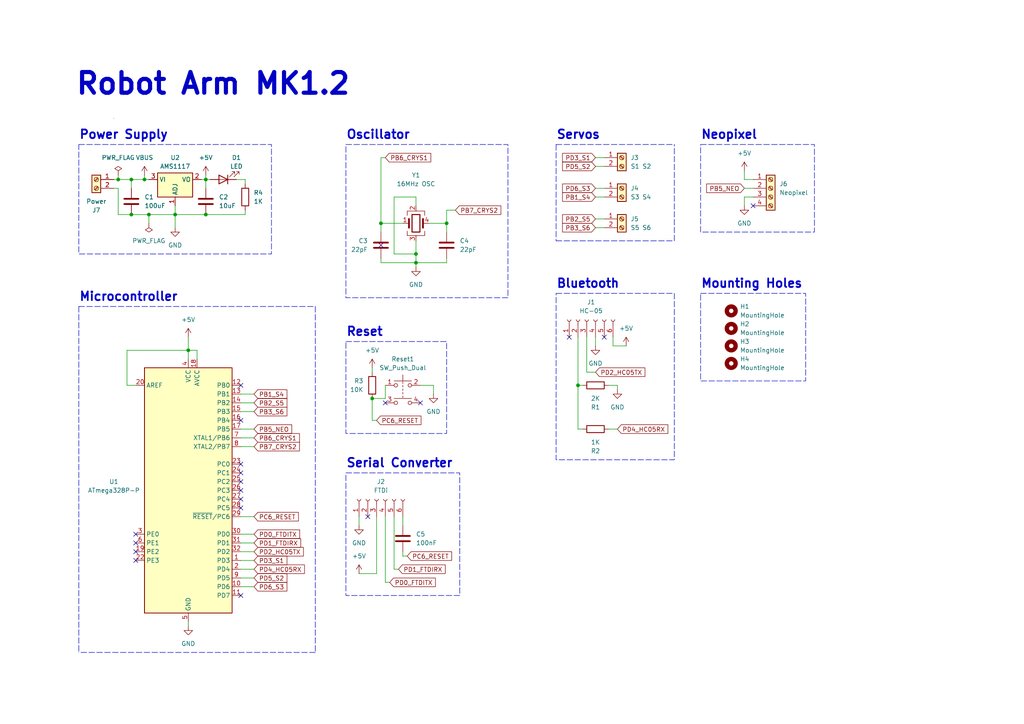
<source format=kicad_sch>
(kicad_sch (version 20230121) (generator eeschema)

  (uuid 5265f310-484a-411a-92c9-6768bf32cf1f)

  (paper "A4")

  (title_block
    (title "Robot Arm MK1.2")
  )

  (lib_symbols
    (symbol "Connector:Conn_01x06_Socket" (pin_names (offset 1.016) hide) (in_bom yes) (on_board yes)
      (property "Reference" "J" (at 0 7.62 0)
        (effects (font (size 1.27 1.27)))
      )
      (property "Value" "Conn_01x06_Socket" (at 0 -10.16 0)
        (effects (font (size 1.27 1.27)))
      )
      (property "Footprint" "" (at 0 0 0)
        (effects (font (size 1.27 1.27)) hide)
      )
      (property "Datasheet" "~" (at 0 0 0)
        (effects (font (size 1.27 1.27)) hide)
      )
      (property "ki_locked" "" (at 0 0 0)
        (effects (font (size 1.27 1.27)))
      )
      (property "ki_keywords" "connector" (at 0 0 0)
        (effects (font (size 1.27 1.27)) hide)
      )
      (property "ki_description" "Generic connector, single row, 01x06, script generated" (at 0 0 0)
        (effects (font (size 1.27 1.27)) hide)
      )
      (property "ki_fp_filters" "Connector*:*_1x??_*" (at 0 0 0)
        (effects (font (size 1.27 1.27)) hide)
      )
      (symbol "Conn_01x06_Socket_1_1"
        (arc (start 0 -7.112) (mid -0.5058 -7.62) (end 0 -8.128)
          (stroke (width 0.1524) (type default))
          (fill (type none))
        )
        (arc (start 0 -4.572) (mid -0.5058 -5.08) (end 0 -5.588)
          (stroke (width 0.1524) (type default))
          (fill (type none))
        )
        (arc (start 0 -2.032) (mid -0.5058 -2.54) (end 0 -3.048)
          (stroke (width 0.1524) (type default))
          (fill (type none))
        )
        (polyline
          (pts
            (xy -1.27 -7.62)
            (xy -0.508 -7.62)
          )
          (stroke (width 0.1524) (type default))
          (fill (type none))
        )
        (polyline
          (pts
            (xy -1.27 -5.08)
            (xy -0.508 -5.08)
          )
          (stroke (width 0.1524) (type default))
          (fill (type none))
        )
        (polyline
          (pts
            (xy -1.27 -2.54)
            (xy -0.508 -2.54)
          )
          (stroke (width 0.1524) (type default))
          (fill (type none))
        )
        (polyline
          (pts
            (xy -1.27 0)
            (xy -0.508 0)
          )
          (stroke (width 0.1524) (type default))
          (fill (type none))
        )
        (polyline
          (pts
            (xy -1.27 2.54)
            (xy -0.508 2.54)
          )
          (stroke (width 0.1524) (type default))
          (fill (type none))
        )
        (polyline
          (pts
            (xy -1.27 5.08)
            (xy -0.508 5.08)
          )
          (stroke (width 0.1524) (type default))
          (fill (type none))
        )
        (arc (start 0 0.508) (mid -0.5058 0) (end 0 -0.508)
          (stroke (width 0.1524) (type default))
          (fill (type none))
        )
        (arc (start 0 3.048) (mid -0.5058 2.54) (end 0 2.032)
          (stroke (width 0.1524) (type default))
          (fill (type none))
        )
        (arc (start 0 5.588) (mid -0.5058 5.08) (end 0 4.572)
          (stroke (width 0.1524) (type default))
          (fill (type none))
        )
        (pin passive line (at -5.08 5.08 0) (length 3.81)
          (name "Pin_1" (effects (font (size 1.27 1.27))))
          (number "1" (effects (font (size 1.27 1.27))))
        )
        (pin passive line (at -5.08 2.54 0) (length 3.81)
          (name "Pin_2" (effects (font (size 1.27 1.27))))
          (number "2" (effects (font (size 1.27 1.27))))
        )
        (pin passive line (at -5.08 0 0) (length 3.81)
          (name "Pin_3" (effects (font (size 1.27 1.27))))
          (number "3" (effects (font (size 1.27 1.27))))
        )
        (pin passive line (at -5.08 -2.54 0) (length 3.81)
          (name "Pin_4" (effects (font (size 1.27 1.27))))
          (number "4" (effects (font (size 1.27 1.27))))
        )
        (pin passive line (at -5.08 -5.08 0) (length 3.81)
          (name "Pin_5" (effects (font (size 1.27 1.27))))
          (number "5" (effects (font (size 1.27 1.27))))
        )
        (pin passive line (at -5.08 -7.62 0) (length 3.81)
          (name "Pin_6" (effects (font (size 1.27 1.27))))
          (number "6" (effects (font (size 1.27 1.27))))
        )
      )
    )
    (symbol "Connector:Screw_Terminal_01x02" (pin_names (offset 1.016) hide) (in_bom yes) (on_board yes)
      (property "Reference" "J" (at 0 2.54 0)
        (effects (font (size 1.27 1.27)))
      )
      (property "Value" "Screw_Terminal_01x02" (at 0 -5.08 0)
        (effects (font (size 1.27 1.27)))
      )
      (property "Footprint" "" (at 0 0 0)
        (effects (font (size 1.27 1.27)) hide)
      )
      (property "Datasheet" "~" (at 0 0 0)
        (effects (font (size 1.27 1.27)) hide)
      )
      (property "ki_keywords" "screw terminal" (at 0 0 0)
        (effects (font (size 1.27 1.27)) hide)
      )
      (property "ki_description" "Generic screw terminal, single row, 01x02, script generated (kicad-library-utils/schlib/autogen/connector/)" (at 0 0 0)
        (effects (font (size 1.27 1.27)) hide)
      )
      (property "ki_fp_filters" "TerminalBlock*:*" (at 0 0 0)
        (effects (font (size 1.27 1.27)) hide)
      )
      (symbol "Screw_Terminal_01x02_1_1"
        (rectangle (start -1.27 1.27) (end 1.27 -3.81)
          (stroke (width 0.254) (type default))
          (fill (type background))
        )
        (circle (center 0 -2.54) (radius 0.635)
          (stroke (width 0.1524) (type default))
          (fill (type none))
        )
        (polyline
          (pts
            (xy -0.5334 -2.2098)
            (xy 0.3302 -3.048)
          )
          (stroke (width 0.1524) (type default))
          (fill (type none))
        )
        (polyline
          (pts
            (xy -0.5334 0.3302)
            (xy 0.3302 -0.508)
          )
          (stroke (width 0.1524) (type default))
          (fill (type none))
        )
        (polyline
          (pts
            (xy -0.3556 -2.032)
            (xy 0.508 -2.8702)
          )
          (stroke (width 0.1524) (type default))
          (fill (type none))
        )
        (polyline
          (pts
            (xy -0.3556 0.508)
            (xy 0.508 -0.3302)
          )
          (stroke (width 0.1524) (type default))
          (fill (type none))
        )
        (circle (center 0 0) (radius 0.635)
          (stroke (width 0.1524) (type default))
          (fill (type none))
        )
        (pin passive line (at -5.08 0 0) (length 3.81)
          (name "Pin_1" (effects (font (size 1.27 1.27))))
          (number "1" (effects (font (size 1.27 1.27))))
        )
        (pin passive line (at -5.08 -2.54 0) (length 3.81)
          (name "Pin_2" (effects (font (size 1.27 1.27))))
          (number "2" (effects (font (size 1.27 1.27))))
        )
      )
    )
    (symbol "Connector:Screw_Terminal_01x04" (pin_names (offset 1.016) hide) (in_bom yes) (on_board yes)
      (property "Reference" "J" (at 0 5.08 0)
        (effects (font (size 1.27 1.27)))
      )
      (property "Value" "Screw_Terminal_01x04" (at 0 -7.62 0)
        (effects (font (size 1.27 1.27)))
      )
      (property "Footprint" "" (at 0 0 0)
        (effects (font (size 1.27 1.27)) hide)
      )
      (property "Datasheet" "~" (at 0 0 0)
        (effects (font (size 1.27 1.27)) hide)
      )
      (property "ki_keywords" "screw terminal" (at 0 0 0)
        (effects (font (size 1.27 1.27)) hide)
      )
      (property "ki_description" "Generic screw terminal, single row, 01x04, script generated (kicad-library-utils/schlib/autogen/connector/)" (at 0 0 0)
        (effects (font (size 1.27 1.27)) hide)
      )
      (property "ki_fp_filters" "TerminalBlock*:*" (at 0 0 0)
        (effects (font (size 1.27 1.27)) hide)
      )
      (symbol "Screw_Terminal_01x04_1_1"
        (rectangle (start -1.27 3.81) (end 1.27 -6.35)
          (stroke (width 0.254) (type default))
          (fill (type background))
        )
        (circle (center 0 -5.08) (radius 0.635)
          (stroke (width 0.1524) (type default))
          (fill (type none))
        )
        (circle (center 0 -2.54) (radius 0.635)
          (stroke (width 0.1524) (type default))
          (fill (type none))
        )
        (polyline
          (pts
            (xy -0.5334 -4.7498)
            (xy 0.3302 -5.588)
          )
          (stroke (width 0.1524) (type default))
          (fill (type none))
        )
        (polyline
          (pts
            (xy -0.5334 -2.2098)
            (xy 0.3302 -3.048)
          )
          (stroke (width 0.1524) (type default))
          (fill (type none))
        )
        (polyline
          (pts
            (xy -0.5334 0.3302)
            (xy 0.3302 -0.508)
          )
          (stroke (width 0.1524) (type default))
          (fill (type none))
        )
        (polyline
          (pts
            (xy -0.5334 2.8702)
            (xy 0.3302 2.032)
          )
          (stroke (width 0.1524) (type default))
          (fill (type none))
        )
        (polyline
          (pts
            (xy -0.3556 -4.572)
            (xy 0.508 -5.4102)
          )
          (stroke (width 0.1524) (type default))
          (fill (type none))
        )
        (polyline
          (pts
            (xy -0.3556 -2.032)
            (xy 0.508 -2.8702)
          )
          (stroke (width 0.1524) (type default))
          (fill (type none))
        )
        (polyline
          (pts
            (xy -0.3556 0.508)
            (xy 0.508 -0.3302)
          )
          (stroke (width 0.1524) (type default))
          (fill (type none))
        )
        (polyline
          (pts
            (xy -0.3556 3.048)
            (xy 0.508 2.2098)
          )
          (stroke (width 0.1524) (type default))
          (fill (type none))
        )
        (circle (center 0 0) (radius 0.635)
          (stroke (width 0.1524) (type default))
          (fill (type none))
        )
        (circle (center 0 2.54) (radius 0.635)
          (stroke (width 0.1524) (type default))
          (fill (type none))
        )
        (pin passive line (at -5.08 2.54 0) (length 3.81)
          (name "Pin_1" (effects (font (size 1.27 1.27))))
          (number "1" (effects (font (size 1.27 1.27))))
        )
        (pin passive line (at -5.08 0 0) (length 3.81)
          (name "Pin_2" (effects (font (size 1.27 1.27))))
          (number "2" (effects (font (size 1.27 1.27))))
        )
        (pin passive line (at -5.08 -2.54 0) (length 3.81)
          (name "Pin_3" (effects (font (size 1.27 1.27))))
          (number "3" (effects (font (size 1.27 1.27))))
        )
        (pin passive line (at -5.08 -5.08 0) (length 3.81)
          (name "Pin_4" (effects (font (size 1.27 1.27))))
          (number "4" (effects (font (size 1.27 1.27))))
        )
      )
    )
    (symbol "Device:C" (pin_numbers hide) (pin_names (offset 0.254)) (in_bom yes) (on_board yes)
      (property "Reference" "C" (at 0.635 2.54 0)
        (effects (font (size 1.27 1.27)) (justify left))
      )
      (property "Value" "C" (at 0.635 -2.54 0)
        (effects (font (size 1.27 1.27)) (justify left))
      )
      (property "Footprint" "" (at 0.9652 -3.81 0)
        (effects (font (size 1.27 1.27)) hide)
      )
      (property "Datasheet" "~" (at 0 0 0)
        (effects (font (size 1.27 1.27)) hide)
      )
      (property "ki_keywords" "cap capacitor" (at 0 0 0)
        (effects (font (size 1.27 1.27)) hide)
      )
      (property "ki_description" "Unpolarized capacitor" (at 0 0 0)
        (effects (font (size 1.27 1.27)) hide)
      )
      (property "ki_fp_filters" "C_*" (at 0 0 0)
        (effects (font (size 1.27 1.27)) hide)
      )
      (symbol "C_0_1"
        (polyline
          (pts
            (xy -2.032 -0.762)
            (xy 2.032 -0.762)
          )
          (stroke (width 0.508) (type default))
          (fill (type none))
        )
        (polyline
          (pts
            (xy -2.032 0.762)
            (xy 2.032 0.762)
          )
          (stroke (width 0.508) (type default))
          (fill (type none))
        )
      )
      (symbol "C_1_1"
        (pin passive line (at 0 3.81 270) (length 2.794)
          (name "~" (effects (font (size 1.27 1.27))))
          (number "1" (effects (font (size 1.27 1.27))))
        )
        (pin passive line (at 0 -3.81 90) (length 2.794)
          (name "~" (effects (font (size 1.27 1.27))))
          (number "2" (effects (font (size 1.27 1.27))))
        )
      )
    )
    (symbol "Device:Crystal_GND23" (pin_names (offset 1.016) hide) (in_bom yes) (on_board yes)
      (property "Reference" "Y" (at 3.175 5.08 0)
        (effects (font (size 1.27 1.27)) (justify left))
      )
      (property "Value" "Crystal_GND23" (at 3.175 3.175 0)
        (effects (font (size 1.27 1.27)) (justify left))
      )
      (property "Footprint" "" (at 0 0 0)
        (effects (font (size 1.27 1.27)) hide)
      )
      (property "Datasheet" "~" (at 0 0 0)
        (effects (font (size 1.27 1.27)) hide)
      )
      (property "ki_keywords" "quartz ceramic resonator oscillator" (at 0 0 0)
        (effects (font (size 1.27 1.27)) hide)
      )
      (property "ki_description" "Four pin crystal, GND on pins 2 and 3" (at 0 0 0)
        (effects (font (size 1.27 1.27)) hide)
      )
      (property "ki_fp_filters" "Crystal*" (at 0 0 0)
        (effects (font (size 1.27 1.27)) hide)
      )
      (symbol "Crystal_GND23_0_1"
        (rectangle (start -1.143 2.54) (end 1.143 -2.54)
          (stroke (width 0.3048) (type default))
          (fill (type none))
        )
        (polyline
          (pts
            (xy -2.54 0)
            (xy -2.032 0)
          )
          (stroke (width 0) (type default))
          (fill (type none))
        )
        (polyline
          (pts
            (xy -2.032 -1.27)
            (xy -2.032 1.27)
          )
          (stroke (width 0.508) (type default))
          (fill (type none))
        )
        (polyline
          (pts
            (xy 0 -3.81)
            (xy 0 -3.556)
          )
          (stroke (width 0) (type default))
          (fill (type none))
        )
        (polyline
          (pts
            (xy 0 3.556)
            (xy 0 3.81)
          )
          (stroke (width 0) (type default))
          (fill (type none))
        )
        (polyline
          (pts
            (xy 2.032 -1.27)
            (xy 2.032 1.27)
          )
          (stroke (width 0.508) (type default))
          (fill (type none))
        )
        (polyline
          (pts
            (xy 2.032 0)
            (xy 2.54 0)
          )
          (stroke (width 0) (type default))
          (fill (type none))
        )
        (polyline
          (pts
            (xy -2.54 -2.286)
            (xy -2.54 -3.556)
            (xy 2.54 -3.556)
            (xy 2.54 -2.286)
          )
          (stroke (width 0) (type default))
          (fill (type none))
        )
        (polyline
          (pts
            (xy -2.54 2.286)
            (xy -2.54 3.556)
            (xy 2.54 3.556)
            (xy 2.54 2.286)
          )
          (stroke (width 0) (type default))
          (fill (type none))
        )
      )
      (symbol "Crystal_GND23_1_1"
        (pin passive line (at -3.81 0 0) (length 1.27)
          (name "1" (effects (font (size 1.27 1.27))))
          (number "1" (effects (font (size 1.27 1.27))))
        )
        (pin passive line (at 0 5.08 270) (length 1.27)
          (name "2" (effects (font (size 1.27 1.27))))
          (number "2" (effects (font (size 1.27 1.27))))
        )
        (pin passive line (at 0 -5.08 90) (length 1.27)
          (name "3" (effects (font (size 1.27 1.27))))
          (number "3" (effects (font (size 1.27 1.27))))
        )
        (pin passive line (at 3.81 0 180) (length 1.27)
          (name "4" (effects (font (size 1.27 1.27))))
          (number "4" (effects (font (size 1.27 1.27))))
        )
      )
    )
    (symbol "Device:LED" (pin_numbers hide) (pin_names (offset 1.016) hide) (in_bom yes) (on_board yes)
      (property "Reference" "D" (at 0 2.54 0)
        (effects (font (size 1.27 1.27)))
      )
      (property "Value" "LED" (at 0 -2.54 0)
        (effects (font (size 1.27 1.27)))
      )
      (property "Footprint" "" (at 0 0 0)
        (effects (font (size 1.27 1.27)) hide)
      )
      (property "Datasheet" "~" (at 0 0 0)
        (effects (font (size 1.27 1.27)) hide)
      )
      (property "ki_keywords" "LED diode" (at 0 0 0)
        (effects (font (size 1.27 1.27)) hide)
      )
      (property "ki_description" "Light emitting diode" (at 0 0 0)
        (effects (font (size 1.27 1.27)) hide)
      )
      (property "ki_fp_filters" "LED* LED_SMD:* LED_THT:*" (at 0 0 0)
        (effects (font (size 1.27 1.27)) hide)
      )
      (symbol "LED_0_1"
        (polyline
          (pts
            (xy -1.27 -1.27)
            (xy -1.27 1.27)
          )
          (stroke (width 0.254) (type default))
          (fill (type none))
        )
        (polyline
          (pts
            (xy -1.27 0)
            (xy 1.27 0)
          )
          (stroke (width 0) (type default))
          (fill (type none))
        )
        (polyline
          (pts
            (xy 1.27 -1.27)
            (xy 1.27 1.27)
            (xy -1.27 0)
            (xy 1.27 -1.27)
          )
          (stroke (width 0.254) (type default))
          (fill (type none))
        )
        (polyline
          (pts
            (xy -3.048 -0.762)
            (xy -4.572 -2.286)
            (xy -3.81 -2.286)
            (xy -4.572 -2.286)
            (xy -4.572 -1.524)
          )
          (stroke (width 0) (type default))
          (fill (type none))
        )
        (polyline
          (pts
            (xy -1.778 -0.762)
            (xy -3.302 -2.286)
            (xy -2.54 -2.286)
            (xy -3.302 -2.286)
            (xy -3.302 -1.524)
          )
          (stroke (width 0) (type default))
          (fill (type none))
        )
      )
      (symbol "LED_1_1"
        (pin passive line (at -3.81 0 0) (length 2.54)
          (name "K" (effects (font (size 1.27 1.27))))
          (number "1" (effects (font (size 1.27 1.27))))
        )
        (pin passive line (at 3.81 0 180) (length 2.54)
          (name "A" (effects (font (size 1.27 1.27))))
          (number "2" (effects (font (size 1.27 1.27))))
        )
      )
    )
    (symbol "Device:R" (pin_numbers hide) (pin_names (offset 0)) (in_bom yes) (on_board yes)
      (property "Reference" "R" (at 2.032 0 90)
        (effects (font (size 1.27 1.27)))
      )
      (property "Value" "R" (at 0 0 90)
        (effects (font (size 1.27 1.27)))
      )
      (property "Footprint" "" (at -1.778 0 90)
        (effects (font (size 1.27 1.27)) hide)
      )
      (property "Datasheet" "~" (at 0 0 0)
        (effects (font (size 1.27 1.27)) hide)
      )
      (property "ki_keywords" "R res resistor" (at 0 0 0)
        (effects (font (size 1.27 1.27)) hide)
      )
      (property "ki_description" "Resistor" (at 0 0 0)
        (effects (font (size 1.27 1.27)) hide)
      )
      (property "ki_fp_filters" "R_*" (at 0 0 0)
        (effects (font (size 1.27 1.27)) hide)
      )
      (symbol "R_0_1"
        (rectangle (start -1.016 -2.54) (end 1.016 2.54)
          (stroke (width 0.254) (type default))
          (fill (type none))
        )
      )
      (symbol "R_1_1"
        (pin passive line (at 0 3.81 270) (length 1.27)
          (name "~" (effects (font (size 1.27 1.27))))
          (number "1" (effects (font (size 1.27 1.27))))
        )
        (pin passive line (at 0 -3.81 90) (length 1.27)
          (name "~" (effects (font (size 1.27 1.27))))
          (number "2" (effects (font (size 1.27 1.27))))
        )
      )
    )
    (symbol "MCU_Microchip_ATmega:ATmega328PB-A" (in_bom yes) (on_board yes)
      (property "Reference" "U" (at -12.7 36.83 0)
        (effects (font (size 1.27 1.27)) (justify left bottom))
      )
      (property "Value" "ATmega328PB-A" (at 2.54 -36.83 0)
        (effects (font (size 1.27 1.27)) (justify left top))
      )
      (property "Footprint" "Package_QFP:TQFP-32_7x7mm_P0.8mm" (at 0 0 0)
        (effects (font (size 1.27 1.27) italic) hide)
      )
      (property "Datasheet" "http://ww1.microchip.com/downloads/en/DeviceDoc/40001906C.pdf" (at 0 0 0)
        (effects (font (size 1.27 1.27)) hide)
      )
      (property "ki_keywords" "AVR 8bit Microcontroller MegaAVR" (at 0 0 0)
        (effects (font (size 1.27 1.27)) hide)
      )
      (property "ki_description" "20MHz, 32kB Flash, 2kB SRAM, 1kB EEPROM, TQFP-32" (at 0 0 0)
        (effects (font (size 1.27 1.27)) hide)
      )
      (property "ki_fp_filters" "TQFP*7x7mm*P0.8mm*" (at 0 0 0)
        (effects (font (size 1.27 1.27)) hide)
      )
      (symbol "ATmega328PB-A_0_1"
        (rectangle (start -12.7 -35.56) (end 12.7 35.56)
          (stroke (width 0.254) (type default))
          (fill (type background))
        )
      )
      (symbol "ATmega328PB-A_1_1"
        (pin bidirectional line (at 15.24 -20.32 180) (length 2.54)
          (name "PD3" (effects (font (size 1.27 1.27))))
          (number "1" (effects (font (size 1.27 1.27))))
        )
        (pin bidirectional line (at 15.24 -27.94 180) (length 2.54)
          (name "PD6" (effects (font (size 1.27 1.27))))
          (number "10" (effects (font (size 1.27 1.27))))
        )
        (pin bidirectional line (at 15.24 -30.48 180) (length 2.54)
          (name "PD7" (effects (font (size 1.27 1.27))))
          (number "11" (effects (font (size 1.27 1.27))))
        )
        (pin bidirectional line (at 15.24 30.48 180) (length 2.54)
          (name "PB0" (effects (font (size 1.27 1.27))))
          (number "12" (effects (font (size 1.27 1.27))))
        )
        (pin bidirectional line (at 15.24 27.94 180) (length 2.54)
          (name "PB1" (effects (font (size 1.27 1.27))))
          (number "13" (effects (font (size 1.27 1.27))))
        )
        (pin bidirectional line (at 15.24 25.4 180) (length 2.54)
          (name "PB2" (effects (font (size 1.27 1.27))))
          (number "14" (effects (font (size 1.27 1.27))))
        )
        (pin bidirectional line (at 15.24 22.86 180) (length 2.54)
          (name "PB3" (effects (font (size 1.27 1.27))))
          (number "15" (effects (font (size 1.27 1.27))))
        )
        (pin bidirectional line (at 15.24 20.32 180) (length 2.54)
          (name "PB4" (effects (font (size 1.27 1.27))))
          (number "16" (effects (font (size 1.27 1.27))))
        )
        (pin bidirectional line (at 15.24 17.78 180) (length 2.54)
          (name "PB5" (effects (font (size 1.27 1.27))))
          (number "17" (effects (font (size 1.27 1.27))))
        )
        (pin power_in line (at 2.54 38.1 270) (length 2.54)
          (name "AVCC" (effects (font (size 1.27 1.27))))
          (number "18" (effects (font (size 1.27 1.27))))
        )
        (pin bidirectional line (at -15.24 -17.78 0) (length 2.54)
          (name "PE2" (effects (font (size 1.27 1.27))))
          (number "19" (effects (font (size 1.27 1.27))))
        )
        (pin bidirectional line (at 15.24 -22.86 180) (length 2.54)
          (name "PD4" (effects (font (size 1.27 1.27))))
          (number "2" (effects (font (size 1.27 1.27))))
        )
        (pin passive line (at -15.24 30.48 0) (length 2.54)
          (name "AREF" (effects (font (size 1.27 1.27))))
          (number "20" (effects (font (size 1.27 1.27))))
        )
        (pin passive line (at 0 -38.1 90) (length 2.54) hide
          (name "GND" (effects (font (size 1.27 1.27))))
          (number "21" (effects (font (size 1.27 1.27))))
        )
        (pin bidirectional line (at -15.24 -20.32 0) (length 2.54)
          (name "PE3" (effects (font (size 1.27 1.27))))
          (number "22" (effects (font (size 1.27 1.27))))
        )
        (pin bidirectional line (at 15.24 7.62 180) (length 2.54)
          (name "PC0" (effects (font (size 1.27 1.27))))
          (number "23" (effects (font (size 1.27 1.27))))
        )
        (pin bidirectional line (at 15.24 5.08 180) (length 2.54)
          (name "PC1" (effects (font (size 1.27 1.27))))
          (number "24" (effects (font (size 1.27 1.27))))
        )
        (pin bidirectional line (at 15.24 2.54 180) (length 2.54)
          (name "PC2" (effects (font (size 1.27 1.27))))
          (number "25" (effects (font (size 1.27 1.27))))
        )
        (pin bidirectional line (at 15.24 0 180) (length 2.54)
          (name "PC3" (effects (font (size 1.27 1.27))))
          (number "26" (effects (font (size 1.27 1.27))))
        )
        (pin bidirectional line (at 15.24 -2.54 180) (length 2.54)
          (name "PC4" (effects (font (size 1.27 1.27))))
          (number "27" (effects (font (size 1.27 1.27))))
        )
        (pin bidirectional line (at 15.24 -5.08 180) (length 2.54)
          (name "PC5" (effects (font (size 1.27 1.27))))
          (number "28" (effects (font (size 1.27 1.27))))
        )
        (pin bidirectional line (at 15.24 -7.62 180) (length 2.54)
          (name "~{RESET}/PC6" (effects (font (size 1.27 1.27))))
          (number "29" (effects (font (size 1.27 1.27))))
        )
        (pin bidirectional line (at -15.24 -12.7 0) (length 2.54)
          (name "PE0" (effects (font (size 1.27 1.27))))
          (number "3" (effects (font (size 1.27 1.27))))
        )
        (pin bidirectional line (at 15.24 -12.7 180) (length 2.54)
          (name "PD0" (effects (font (size 1.27 1.27))))
          (number "30" (effects (font (size 1.27 1.27))))
        )
        (pin bidirectional line (at 15.24 -15.24 180) (length 2.54)
          (name "PD1" (effects (font (size 1.27 1.27))))
          (number "31" (effects (font (size 1.27 1.27))))
        )
        (pin bidirectional line (at 15.24 -17.78 180) (length 2.54)
          (name "PD2" (effects (font (size 1.27 1.27))))
          (number "32" (effects (font (size 1.27 1.27))))
        )
        (pin power_in line (at 0 38.1 270) (length 2.54)
          (name "VCC" (effects (font (size 1.27 1.27))))
          (number "4" (effects (font (size 1.27 1.27))))
        )
        (pin power_in line (at 0 -38.1 90) (length 2.54)
          (name "GND" (effects (font (size 1.27 1.27))))
          (number "5" (effects (font (size 1.27 1.27))))
        )
        (pin bidirectional line (at -15.24 -15.24 0) (length 2.54)
          (name "PE1" (effects (font (size 1.27 1.27))))
          (number "6" (effects (font (size 1.27 1.27))))
        )
        (pin bidirectional line (at 15.24 15.24 180) (length 2.54)
          (name "XTAL1/PB6" (effects (font (size 1.27 1.27))))
          (number "7" (effects (font (size 1.27 1.27))))
        )
        (pin bidirectional line (at 15.24 12.7 180) (length 2.54)
          (name "XTAL2/PB7" (effects (font (size 1.27 1.27))))
          (number "8" (effects (font (size 1.27 1.27))))
        )
        (pin bidirectional line (at 15.24 -25.4 180) (length 2.54)
          (name "PD5" (effects (font (size 1.27 1.27))))
          (number "9" (effects (font (size 1.27 1.27))))
        )
      )
    )
    (symbol "Mechanical:MountingHole" (pin_names (offset 1.016)) (in_bom yes) (on_board yes)
      (property "Reference" "H" (at 0 5.08 0)
        (effects (font (size 1.27 1.27)))
      )
      (property "Value" "MountingHole" (at 0 3.175 0)
        (effects (font (size 1.27 1.27)))
      )
      (property "Footprint" "" (at 0 0 0)
        (effects (font (size 1.27 1.27)) hide)
      )
      (property "Datasheet" "~" (at 0 0 0)
        (effects (font (size 1.27 1.27)) hide)
      )
      (property "ki_keywords" "mounting hole" (at 0 0 0)
        (effects (font (size 1.27 1.27)) hide)
      )
      (property "ki_description" "Mounting Hole without connection" (at 0 0 0)
        (effects (font (size 1.27 1.27)) hide)
      )
      (property "ki_fp_filters" "MountingHole*" (at 0 0 0)
        (effects (font (size 1.27 1.27)) hide)
      )
      (symbol "MountingHole_0_1"
        (circle (center 0 0) (radius 1.27)
          (stroke (width 1.27) (type default))
          (fill (type none))
        )
      )
    )
    (symbol "Regulator_Linear:AMS1117" (in_bom yes) (on_board yes)
      (property "Reference" "U" (at -3.81 3.175 0)
        (effects (font (size 1.27 1.27)))
      )
      (property "Value" "AMS1117" (at 0 3.175 0)
        (effects (font (size 1.27 1.27)) (justify left))
      )
      (property "Footprint" "Package_TO_SOT_SMD:SOT-223-3_TabPin2" (at 0 5.08 0)
        (effects (font (size 1.27 1.27)) hide)
      )
      (property "Datasheet" "http://www.advanced-monolithic.com/pdf/ds1117.pdf" (at 2.54 -6.35 0)
        (effects (font (size 1.27 1.27)) hide)
      )
      (property "ki_keywords" "linear regulator ldo adjustable positive" (at 0 0 0)
        (effects (font (size 1.27 1.27)) hide)
      )
      (property "ki_description" "1A Low Dropout regulator, positive, adjustable output, SOT-223" (at 0 0 0)
        (effects (font (size 1.27 1.27)) hide)
      )
      (property "ki_fp_filters" "SOT?223*TabPin2*" (at 0 0 0)
        (effects (font (size 1.27 1.27)) hide)
      )
      (symbol "AMS1117_0_1"
        (rectangle (start -5.08 -5.08) (end 5.08 1.905)
          (stroke (width 0.254) (type default))
          (fill (type background))
        )
      )
      (symbol "AMS1117_1_1"
        (pin input line (at 0 -7.62 90) (length 2.54)
          (name "ADJ" (effects (font (size 1.27 1.27))))
          (number "1" (effects (font (size 1.27 1.27))))
        )
        (pin power_out line (at 7.62 0 180) (length 2.54)
          (name "VO" (effects (font (size 1.27 1.27))))
          (number "2" (effects (font (size 1.27 1.27))))
        )
        (pin power_in line (at -7.62 0 0) (length 2.54)
          (name "VI" (effects (font (size 1.27 1.27))))
          (number "3" (effects (font (size 1.27 1.27))))
        )
      )
    )
    (symbol "Switch:SW_Push_Dual" (pin_names (offset 1.016) hide) (in_bom yes) (on_board yes)
      (property "Reference" "SW" (at 1.27 2.54 0)
        (effects (font (size 1.27 1.27)) (justify left))
      )
      (property "Value" "SW_Push_Dual" (at 0 -6.858 0)
        (effects (font (size 1.27 1.27)))
      )
      (property "Footprint" "" (at 0 5.08 0)
        (effects (font (size 1.27 1.27)) hide)
      )
      (property "Datasheet" "~" (at 0 5.08 0)
        (effects (font (size 1.27 1.27)) hide)
      )
      (property "ki_keywords" "switch normally-open pushbutton push-button" (at 0 0 0)
        (effects (font (size 1.27 1.27)) hide)
      )
      (property "ki_description" "Push button switch, generic, symbol, four pins" (at 0 0 0)
        (effects (font (size 1.27 1.27)) hide)
      )
      (symbol "SW_Push_Dual_0_1"
        (circle (center -2.032 -5.08) (radius 0.508)
          (stroke (width 0) (type default))
          (fill (type none))
        )
        (circle (center -2.032 0) (radius 0.508)
          (stroke (width 0) (type default))
          (fill (type none))
        )
        (polyline
          (pts
            (xy 0 -3.048)
            (xy 0 -3.556)
          )
          (stroke (width 0) (type default))
          (fill (type none))
        )
        (polyline
          (pts
            (xy 0 -2.032)
            (xy 0 -2.54)
          )
          (stroke (width 0) (type default))
          (fill (type none))
        )
        (polyline
          (pts
            (xy 0 -1.524)
            (xy 0 -1.016)
          )
          (stroke (width 0) (type default))
          (fill (type none))
        )
        (polyline
          (pts
            (xy 0 -0.508)
            (xy 0 0)
          )
          (stroke (width 0) (type default))
          (fill (type none))
        )
        (polyline
          (pts
            (xy 0 0.508)
            (xy 0 1.016)
          )
          (stroke (width 0) (type default))
          (fill (type none))
        )
        (polyline
          (pts
            (xy 0 1.27)
            (xy 0 3.048)
          )
          (stroke (width 0) (type default))
          (fill (type none))
        )
        (polyline
          (pts
            (xy 2.54 -3.81)
            (xy -2.54 -3.81)
          )
          (stroke (width 0) (type default))
          (fill (type none))
        )
        (polyline
          (pts
            (xy 2.54 1.27)
            (xy -2.54 1.27)
          )
          (stroke (width 0) (type default))
          (fill (type none))
        )
        (circle (center 2.032 -5.08) (radius 0.508)
          (stroke (width 0) (type default))
          (fill (type none))
        )
        (circle (center 2.032 0) (radius 0.508)
          (stroke (width 0) (type default))
          (fill (type none))
        )
        (pin passive line (at -5.08 0 0) (length 2.54)
          (name "1" (effects (font (size 1.27 1.27))))
          (number "1" (effects (font (size 1.27 1.27))))
        )
        (pin passive line (at 5.08 0 180) (length 2.54)
          (name "2" (effects (font (size 1.27 1.27))))
          (number "2" (effects (font (size 1.27 1.27))))
        )
        (pin passive line (at -5.08 -5.08 0) (length 2.54)
          (name "3" (effects (font (size 1.27 1.27))))
          (number "3" (effects (font (size 1.27 1.27))))
        )
        (pin passive line (at 5.08 -5.08 180) (length 2.54)
          (name "4" (effects (font (size 1.27 1.27))))
          (number "4" (effects (font (size 1.27 1.27))))
        )
      )
    )
    (symbol "power:+5V" (power) (pin_names (offset 0)) (in_bom yes) (on_board yes)
      (property "Reference" "#PWR" (at 0 -3.81 0)
        (effects (font (size 1.27 1.27)) hide)
      )
      (property "Value" "+5V" (at 0 3.556 0)
        (effects (font (size 1.27 1.27)))
      )
      (property "Footprint" "" (at 0 0 0)
        (effects (font (size 1.27 1.27)) hide)
      )
      (property "Datasheet" "" (at 0 0 0)
        (effects (font (size 1.27 1.27)) hide)
      )
      (property "ki_keywords" "global power" (at 0 0 0)
        (effects (font (size 1.27 1.27)) hide)
      )
      (property "ki_description" "Power symbol creates a global label with name \"+5V\"" (at 0 0 0)
        (effects (font (size 1.27 1.27)) hide)
      )
      (symbol "+5V_0_1"
        (polyline
          (pts
            (xy -0.762 1.27)
            (xy 0 2.54)
          )
          (stroke (width 0) (type default))
          (fill (type none))
        )
        (polyline
          (pts
            (xy 0 0)
            (xy 0 2.54)
          )
          (stroke (width 0) (type default))
          (fill (type none))
        )
        (polyline
          (pts
            (xy 0 2.54)
            (xy 0.762 1.27)
          )
          (stroke (width 0) (type default))
          (fill (type none))
        )
      )
      (symbol "+5V_1_1"
        (pin power_in line (at 0 0 90) (length 0) hide
          (name "+5V" (effects (font (size 1.27 1.27))))
          (number "1" (effects (font (size 1.27 1.27))))
        )
      )
    )
    (symbol "power:GND" (power) (pin_names (offset 0)) (in_bom yes) (on_board yes)
      (property "Reference" "#PWR" (at 0 -6.35 0)
        (effects (font (size 1.27 1.27)) hide)
      )
      (property "Value" "GND" (at 0 -3.81 0)
        (effects (font (size 1.27 1.27)))
      )
      (property "Footprint" "" (at 0 0 0)
        (effects (font (size 1.27 1.27)) hide)
      )
      (property "Datasheet" "" (at 0 0 0)
        (effects (font (size 1.27 1.27)) hide)
      )
      (property "ki_keywords" "global power" (at 0 0 0)
        (effects (font (size 1.27 1.27)) hide)
      )
      (property "ki_description" "Power symbol creates a global label with name \"GND\" , ground" (at 0 0 0)
        (effects (font (size 1.27 1.27)) hide)
      )
      (symbol "GND_0_1"
        (polyline
          (pts
            (xy 0 0)
            (xy 0 -1.27)
            (xy 1.27 -1.27)
            (xy 0 -2.54)
            (xy -1.27 -1.27)
            (xy 0 -1.27)
          )
          (stroke (width 0) (type default))
          (fill (type none))
        )
      )
      (symbol "GND_1_1"
        (pin power_in line (at 0 0 270) (length 0) hide
          (name "GND" (effects (font (size 1.27 1.27))))
          (number "1" (effects (font (size 1.27 1.27))))
        )
      )
    )
    (symbol "power:PWR_FLAG" (power) (pin_numbers hide) (pin_names (offset 0) hide) (in_bom yes) (on_board yes)
      (property "Reference" "#FLG" (at 0 1.905 0)
        (effects (font (size 1.27 1.27)) hide)
      )
      (property "Value" "PWR_FLAG" (at 0 3.81 0)
        (effects (font (size 1.27 1.27)))
      )
      (property "Footprint" "" (at 0 0 0)
        (effects (font (size 1.27 1.27)) hide)
      )
      (property "Datasheet" "~" (at 0 0 0)
        (effects (font (size 1.27 1.27)) hide)
      )
      (property "ki_keywords" "flag power" (at 0 0 0)
        (effects (font (size 1.27 1.27)) hide)
      )
      (property "ki_description" "Special symbol for telling ERC where power comes from" (at 0 0 0)
        (effects (font (size 1.27 1.27)) hide)
      )
      (symbol "PWR_FLAG_0_0"
        (pin power_out line (at 0 0 90) (length 0)
          (name "pwr" (effects (font (size 1.27 1.27))))
          (number "1" (effects (font (size 1.27 1.27))))
        )
      )
      (symbol "PWR_FLAG_0_1"
        (polyline
          (pts
            (xy 0 0)
            (xy 0 1.27)
            (xy -1.016 1.905)
            (xy 0 2.54)
            (xy 1.016 1.905)
            (xy 0 1.27)
          )
          (stroke (width 0) (type default))
          (fill (type none))
        )
      )
    )
    (symbol "power:VBUS" (power) (pin_names (offset 0)) (in_bom yes) (on_board yes)
      (property "Reference" "#PWR" (at 0 -3.81 0)
        (effects (font (size 1.27 1.27)) hide)
      )
      (property "Value" "VBUS" (at 0 3.81 0)
        (effects (font (size 1.27 1.27)))
      )
      (property "Footprint" "" (at 0 0 0)
        (effects (font (size 1.27 1.27)) hide)
      )
      (property "Datasheet" "" (at 0 0 0)
        (effects (font (size 1.27 1.27)) hide)
      )
      (property "ki_keywords" "global power" (at 0 0 0)
        (effects (font (size 1.27 1.27)) hide)
      )
      (property "ki_description" "Power symbol creates a global label with name \"VBUS\"" (at 0 0 0)
        (effects (font (size 1.27 1.27)) hide)
      )
      (symbol "VBUS_0_1"
        (polyline
          (pts
            (xy -0.762 1.27)
            (xy 0 2.54)
          )
          (stroke (width 0) (type default))
          (fill (type none))
        )
        (polyline
          (pts
            (xy 0 0)
            (xy 0 2.54)
          )
          (stroke (width 0) (type default))
          (fill (type none))
        )
        (polyline
          (pts
            (xy 0 2.54)
            (xy 0.762 1.27)
          )
          (stroke (width 0) (type default))
          (fill (type none))
        )
      )
      (symbol "VBUS_1_1"
        (pin power_in line (at 0 0 90) (length 0) hide
          (name "VBUS" (effects (font (size 1.27 1.27))))
          (number "1" (effects (font (size 1.27 1.27))))
        )
      )
    )
  )

  (junction (at 107.95 115.57) (diameter 0) (color 0 0 0 0)
    (uuid 00905ed0-4f48-42c6-974d-6fad93d37255)
  )
  (junction (at 59.69 52.07) (diameter 0) (color 0 0 0 0)
    (uuid 23b49dc1-8ace-423b-9d6a-db3db013bb15)
  )
  (junction (at 59.69 62.23) (diameter 0) (color 0 0 0 0)
    (uuid 339428ec-5115-4a60-9181-72c1ee91e6e9)
  )
  (junction (at 54.61 101.6) (diameter 0) (color 0 0 0 0)
    (uuid 38ef2363-4569-4c73-9d14-17174cee5230)
  )
  (junction (at 50.8 62.23) (diameter 0) (color 0 0 0 0)
    (uuid 4c82f3c2-7d23-467d-b6b8-de66dc118df5)
  )
  (junction (at 120.65 76.2) (diameter 0) (color 0 0 0 0)
    (uuid 51de4ce3-9a32-4613-8a85-00776c99aff7)
  )
  (junction (at 43.18 62.23) (diameter 0) (color 0 0 0 0)
    (uuid 5b79d029-e056-44d4-84ad-d6de1554e91a)
  )
  (junction (at 34.29 52.07) (diameter 0) (color 0 0 0 0)
    (uuid 5e2c107c-e021-4de8-a303-da4ba2e1239b)
  )
  (junction (at 120.65 73.66) (diameter 0) (color 0 0 0 0)
    (uuid 88dbe39e-0cc8-47ff-836c-8e589db9899c)
  )
  (junction (at 110.49 64.77) (diameter 0) (color 0 0 0 0)
    (uuid 9f6f2b40-ff00-4c3d-8050-27ab5c000487)
  )
  (junction (at 41.91 52.07) (diameter 0) (color 0 0 0 0)
    (uuid b017ebe0-b08f-42f8-a8ed-1dec1e905a5e)
  )
  (junction (at 38.1 62.23) (diameter 0) (color 0 0 0 0)
    (uuid b5acf518-45fe-4d63-8a12-f4df4d4d7334)
  )
  (junction (at 38.1 52.07) (diameter 0) (color 0 0 0 0)
    (uuid caf5f85d-00e4-4dda-a53f-9b88b984c44b)
  )
  (junction (at 129.54 64.77) (diameter 0) (color 0 0 0 0)
    (uuid da13520f-aaef-4bc4-955c-05af6ab4af40)
  )
  (junction (at 167.64 111.76) (diameter 0) (color 0 0 0 0)
    (uuid f84722fb-d3fd-4d89-85e0-ec00170814e5)
  )

  (no_connect (at 39.37 162.56) (uuid 05160ee1-8d45-4233-9aa6-c03e8433d0a7))
  (no_connect (at 218.44 59.69) (uuid 0534eb73-ce80-4bd5-be50-bd65474cf236))
  (no_connect (at 69.85 134.62) (uuid 24483b98-6b14-45d5-909c-997f6a59ef17))
  (no_connect (at 110.49 71.12) (uuid 3a051f31-1217-476d-917d-ce573f2999d4))
  (no_connect (at 39.37 157.48) (uuid 4569c0a2-85aa-4df8-ba15-8d2283c2e627))
  (no_connect (at 106.68 149.86) (uuid 472b3a57-2c7a-46c3-929c-9dee793ca634))
  (no_connect (at 69.85 137.16) (uuid 5427f609-241e-443f-a405-6f514ab65bac))
  (no_connect (at 39.37 154.94) (uuid 5769df5e-20a0-4d70-87b1-d2e45e330533))
  (no_connect (at 69.85 121.92) (uuid 662724b0-7f10-4f26-8220-16e95773b8ea))
  (no_connect (at 69.85 142.24) (uuid 8f99efe5-a52f-436c-a2d0-d9800f882941))
  (no_connect (at 111.76 116.84) (uuid 964adda3-6900-4807-aa07-56206f00760b))
  (no_connect (at 165.1 97.79) (uuid b1a14484-dc26-4835-a23a-5a145b1aef42))
  (no_connect (at 69.85 111.76) (uuid b4d0f117-9178-4c60-accb-0443eaec6a48))
  (no_connect (at 69.85 172.72) (uuid d36ee2bc-73fd-4e99-b46c-caefc44ac634))
  (no_connect (at 121.92 116.84) (uuid dad8862d-cad8-4032-a8c8-cf119421f770))
  (no_connect (at 69.85 147.32) (uuid dfd9525a-95ff-4d1e-9865-e2bd6f51297f))
  (no_connect (at 69.85 144.78) (uuid e4d8117d-b2ac-4372-af29-19385b9ffa9f))
  (no_connect (at 175.26 97.79) (uuid e9171f61-d011-4b03-a272-ed9c8611f47f))
  (no_connect (at 39.37 160.02) (uuid e9e60f65-07ca-4afb-95ba-92d3c75d7178))
  (no_connect (at 69.85 139.7) (uuid f192962b-87a9-4ca5-871a-3fb385c17ed6))

  (wire (pts (xy 172.72 45.72) (xy 175.26 45.72))
    (stroke (width 0) (type default))
    (uuid 02c828cd-4927-49a1-b145-9f01c3dd95d4)
  )
  (wire (pts (xy 170.18 97.79) (xy 170.18 107.95))
    (stroke (width 0) (type default))
    (uuid 0625a301-ff6c-4bf5-8a61-b9e2ae6fd980)
  )
  (wire (pts (xy 125.73 111.76) (xy 125.73 114.3))
    (stroke (width 0) (type default))
    (uuid 07761426-73b6-421a-ae09-5c7ba4b4c80d)
  )
  (wire (pts (xy 57.15 104.14) (xy 57.15 101.6))
    (stroke (width 0) (type default))
    (uuid 0dba64df-f7d8-4665-942f-6441e2344819)
  )
  (wire (pts (xy 172.72 48.26) (xy 175.26 48.26))
    (stroke (width 0) (type default))
    (uuid 0edf84dd-f017-486f-b9a4-802c732a25b4)
  )
  (wire (pts (xy 111.76 168.91) (xy 113.03 168.91))
    (stroke (width 0) (type default))
    (uuid 1500c446-b797-4f30-a3f3-5039025fffaf)
  )
  (wire (pts (xy 71.12 60.96) (xy 71.12 62.23))
    (stroke (width 0) (type default))
    (uuid 152f7e68-f13b-481d-8406-ae9376afe769)
  )
  (wire (pts (xy 116.84 149.86) (xy 116.84 152.4))
    (stroke (width 0) (type default))
    (uuid 17812bf1-6693-46cb-8277-758520902c8a)
  )
  (polyline (pts (xy 22.86 88.9) (xy 22.86 189.23))
    (stroke (width 0) (type dash))
    (uuid 1c44ed0d-16d3-424f-b55c-2ae0e436a8b8)
  )

  (wire (pts (xy 110.49 45.72) (xy 110.49 64.77))
    (stroke (width 0) (type default))
    (uuid 1c64e717-82f1-4681-adbd-292af5e53613)
  )
  (wire (pts (xy 218.44 52.07) (xy 215.9 52.07))
    (stroke (width 0) (type default))
    (uuid 1e2a1834-e493-4dcd-8d1d-e58898054dc9)
  )
  (wire (pts (xy 167.64 111.76) (xy 167.64 124.46))
    (stroke (width 0) (type default))
    (uuid 22b838b5-8970-4c20-b201-73f122e55d27)
  )
  (polyline (pts (xy 161.29 41.91) (xy 195.58 41.91))
    (stroke (width 0) (type dash))
    (uuid 22be3ff5-1491-43fe-8f2d-6fa8b03b9bfa)
  )

  (wire (pts (xy 69.85 149.86) (xy 73.66 149.86))
    (stroke (width 0) (type default))
    (uuid 23a58ed5-e957-4983-9a94-e43b238a5192)
  )
  (wire (pts (xy 43.18 62.23) (xy 43.18 64.77))
    (stroke (width 0) (type default))
    (uuid 26f26366-62e2-4254-a941-d24b2abea908)
  )
  (wire (pts (xy 177.8 100.33) (xy 181.61 100.33))
    (stroke (width 0) (type default))
    (uuid 272e94ac-a4a6-439f-934f-a44b83442eb2)
  )
  (wire (pts (xy 110.49 76.2) (xy 110.49 74.93))
    (stroke (width 0) (type default))
    (uuid 28225deb-5fdb-4025-bff4-f19600e15d85)
  )
  (wire (pts (xy 71.12 52.07) (xy 71.12 53.34))
    (stroke (width 0) (type default))
    (uuid 2824844b-aeb1-44e6-8894-02d785cebf66)
  )
  (wire (pts (xy 69.85 127) (xy 73.66 127))
    (stroke (width 0) (type default))
    (uuid 282ebf3e-26d4-40db-abbf-9022a7a88e6f)
  )
  (wire (pts (xy 114.3 165.1) (xy 115.57 165.1))
    (stroke (width 0) (type default))
    (uuid 2a8e549c-8098-4c36-b6eb-b59f4d67ee67)
  )
  (wire (pts (xy 172.72 63.5) (xy 175.26 63.5))
    (stroke (width 0) (type default))
    (uuid 2c3df814-4bb7-443c-835e-97be6af7307b)
  )
  (wire (pts (xy 36.83 111.76) (xy 36.83 101.6))
    (stroke (width 0) (type default))
    (uuid 2decd215-b710-4c9e-b39c-c3893bb944a3)
  )
  (wire (pts (xy 69.85 116.84) (xy 73.66 116.84))
    (stroke (width 0) (type default))
    (uuid 2e20c785-0b7c-40fc-88a4-eb58b8391328)
  )
  (wire (pts (xy 33.02 52.07) (xy 34.29 52.07))
    (stroke (width 0) (type default))
    (uuid 2e937320-8c2c-43cb-81e1-76e7e79b4cf3)
  )
  (wire (pts (xy 167.64 111.76) (xy 168.91 111.76))
    (stroke (width 0) (type default))
    (uuid 33bbc744-d13c-4280-a467-fb4cba0d47ab)
  )
  (wire (pts (xy 69.85 160.02) (xy 73.66 160.02))
    (stroke (width 0) (type default))
    (uuid 34a07d51-cfb7-4a42-992f-653b31dbc57b)
  )
  (wire (pts (xy 34.29 54.61) (xy 34.29 62.23))
    (stroke (width 0) (type default))
    (uuid 34b1d071-cbeb-44c1-b4a9-f809fcbe0489)
  )
  (wire (pts (xy 215.9 52.07) (xy 215.9 49.53))
    (stroke (width 0) (type default))
    (uuid 35719971-484c-4d3e-92e8-3a90914afcb0)
  )
  (wire (pts (xy 129.54 60.96) (xy 129.54 64.77))
    (stroke (width 0) (type default))
    (uuid 376251e0-7db7-4bcc-936b-370e02a5ce3b)
  )
  (wire (pts (xy 120.65 76.2) (xy 110.49 76.2))
    (stroke (width 0) (type default))
    (uuid 3a9d932a-8776-43d9-a34d-8b11a0091b0e)
  )
  (wire (pts (xy 34.29 52.07) (xy 38.1 52.07))
    (stroke (width 0) (type default))
    (uuid 445b826f-39ed-4e3c-8ffc-d3621e8be080)
  )
  (wire (pts (xy 69.85 129.54) (xy 73.66 129.54))
    (stroke (width 0) (type default))
    (uuid 46ee4d7b-a401-4495-83c3-06dfe83734e7)
  )
  (wire (pts (xy 121.92 111.76) (xy 125.73 111.76))
    (stroke (width 0) (type default))
    (uuid 529b4c04-70db-45c7-989b-206be6c593df)
  )
  (wire (pts (xy 129.54 64.77) (xy 129.54 67.31))
    (stroke (width 0) (type default))
    (uuid 5306d4ea-af37-452d-994b-9c6564b5face)
  )
  (wire (pts (xy 116.84 160.02) (xy 116.84 161.29))
    (stroke (width 0) (type default))
    (uuid 5601ce99-162f-48d0-a4a2-71f01b0461cc)
  )
  (wire (pts (xy 69.85 167.64) (xy 73.66 167.64))
    (stroke (width 0) (type default))
    (uuid 564fa3c4-f20e-47b8-b607-947c8e6461d6)
  )
  (wire (pts (xy 34.29 62.23) (xy 38.1 62.23))
    (stroke (width 0) (type default))
    (uuid 59975ea6-a7e7-4333-a987-808126c9912f)
  )
  (wire (pts (xy 120.65 73.66) (xy 120.65 69.85))
    (stroke (width 0) (type default))
    (uuid 59de05b4-c505-4280-b53f-17d79b57c2b4)
  )
  (wire (pts (xy 54.61 180.34) (xy 54.61 181.61))
    (stroke (width 0) (type default))
    (uuid 5e53cc91-58e3-46df-888a-d5e778942ba1)
  )
  (wire (pts (xy 111.76 149.86) (xy 111.76 168.91))
    (stroke (width 0) (type default))
    (uuid 5e6cec6b-792d-4d45-bdd6-b74317a98450)
  )
  (wire (pts (xy 69.85 170.18) (xy 73.66 170.18))
    (stroke (width 0) (type default))
    (uuid 664cc5dd-6ab6-4460-a71e-c9b0bc6003a6)
  )
  (wire (pts (xy 68.58 52.07) (xy 71.12 52.07))
    (stroke (width 0) (type default))
    (uuid 66e0f174-39cd-4f23-a34b-9fad7f0a3066)
  )
  (wire (pts (xy 57.15 101.6) (xy 54.61 101.6))
    (stroke (width 0) (type default))
    (uuid 6c34cd7d-e7c1-4a59-8bb3-d3dcaea278a9)
  )
  (wire (pts (xy 50.8 59.69) (xy 50.8 62.23))
    (stroke (width 0) (type default))
    (uuid 6ef0c2a2-77e9-4ef8-af0e-18344ac8e222)
  )
  (polyline (pts (xy 195.58 69.85) (xy 195.58 41.91))
    (stroke (width 0) (type dash))
    (uuid 6f8585eb-d4b1-4e1d-bae1-1ec686802364)
  )

  (wire (pts (xy 50.8 62.23) (xy 50.8 66.04))
    (stroke (width 0) (type default))
    (uuid 72df6b61-e044-44bc-9803-e41d25ded7e6)
  )
  (wire (pts (xy 120.65 76.2) (xy 120.65 77.47))
    (stroke (width 0) (type default))
    (uuid 73584163-b6ea-40b7-9c7c-6396e6db5c8d)
  )
  (wire (pts (xy 116.84 161.29) (xy 118.11 161.29))
    (stroke (width 0) (type default))
    (uuid 773edbb9-a3ec-4bd1-9231-82348f9ce3db)
  )
  (wire (pts (xy 124.46 64.77) (xy 129.54 64.77))
    (stroke (width 0) (type default))
    (uuid 7ab17e99-8618-4c96-9cd2-beae989b4876)
  )
  (wire (pts (xy 172.72 57.15) (xy 175.26 57.15))
    (stroke (width 0) (type default))
    (uuid 7b0ec3d8-0f7c-4f59-9723-563a0fc6f911)
  )
  (wire (pts (xy 59.69 52.07) (xy 59.69 54.61))
    (stroke (width 0) (type default))
    (uuid 7f1d617c-ef04-4d9f-8732-4fee6a41158a)
  )
  (wire (pts (xy 215.9 59.69) (xy 215.9 57.15))
    (stroke (width 0) (type default))
    (uuid 80563a13-d26b-4d68-bcab-9a99b6212088)
  )
  (wire (pts (xy 33.02 54.61) (xy 34.29 54.61))
    (stroke (width 0) (type default))
    (uuid 81859eed-2c7a-43f1-93fa-81cced3a5102)
  )
  (wire (pts (xy 69.85 119.38) (xy 73.66 119.38))
    (stroke (width 0) (type default))
    (uuid 85da13a0-bc27-4e0c-aae3-660b413b8556)
  )
  (wire (pts (xy 107.95 115.57) (xy 107.95 121.92))
    (stroke (width 0) (type default))
    (uuid 881d6e58-95a3-4ce1-9ff6-d0eed07ff15d)
  )
  (wire (pts (xy 170.18 107.95) (xy 172.72 107.95))
    (stroke (width 0) (type default))
    (uuid 89d978e4-de42-4d0b-94cf-49cf35746184)
  )
  (wire (pts (xy 116.84 64.77) (xy 110.49 64.77))
    (stroke (width 0) (type default))
    (uuid 8a305b56-4602-4e8a-9973-ac8a8fb02e1b)
  )
  (wire (pts (xy 120.65 59.69) (xy 120.65 57.15))
    (stroke (width 0) (type default))
    (uuid 8d3caa11-4737-4071-88d4-900aab1a97e2)
  )
  (wire (pts (xy 176.53 124.46) (xy 179.07 124.46))
    (stroke (width 0) (type default))
    (uuid 8f14be27-c46c-4bcb-92c8-f47419727fa0)
  )
  (wire (pts (xy 110.49 64.77) (xy 110.49 67.31))
    (stroke (width 0) (type default))
    (uuid 8f5fbb4a-43da-4df2-a3b6-10ba997fa18e)
  )
  (wire (pts (xy 109.22 121.92) (xy 107.95 121.92))
    (stroke (width 0) (type default))
    (uuid 9220c4c3-2b59-4e92-9d33-71ca7a37b3fe)
  )
  (wire (pts (xy 38.1 52.07) (xy 38.1 54.61))
    (stroke (width 0) (type default))
    (uuid 941b5a2e-3c0d-468e-ae52-30ca9635d355)
  )
  (wire (pts (xy 114.3 73.66) (xy 114.3 57.15))
    (stroke (width 0) (type default))
    (uuid 95d690c4-b45d-4385-bfe3-6104ac13947f)
  )
  (polyline (pts (xy 161.29 69.85) (xy 195.58 69.85))
    (stroke (width 0) (type dash))
    (uuid 9649e381-cb3f-4f8c-b790-a78076446e3d)
  )

  (wire (pts (xy 41.91 52.07) (xy 43.18 52.07))
    (stroke (width 0) (type default))
    (uuid 9aee1b1b-0cb0-44f4-89a3-5d1c0e1acb5a)
  )
  (wire (pts (xy 215.9 57.15) (xy 218.44 57.15))
    (stroke (width 0) (type default))
    (uuid 9c6e0a34-8b2a-4547-b1f3-9c615cc61bee)
  )
  (wire (pts (xy 104.14 166.37) (xy 109.22 166.37))
    (stroke (width 0) (type default))
    (uuid 9d06ab71-dbb0-4f70-af3e-de459ede67de)
  )
  (wire (pts (xy 36.83 101.6) (xy 54.61 101.6))
    (stroke (width 0) (type default))
    (uuid a02a1aa3-87f4-4320-8616-63bbb89bddea)
  )
  (wire (pts (xy 41.91 52.07) (xy 38.1 52.07))
    (stroke (width 0) (type default))
    (uuid a3688acc-59e0-4c7d-a0e3-f7bffd1b6810)
  )
  (wire (pts (xy 111.76 111.76) (xy 111.76 115.57))
    (stroke (width 0) (type default))
    (uuid a514dd7c-9ae8-4ac9-8f1b-86744d2cf50c)
  )
  (wire (pts (xy 111.76 45.72) (xy 110.49 45.72))
    (stroke (width 0) (type default))
    (uuid a68a5c43-8f83-4e36-8ad4-2b7f513a668c)
  )
  (wire (pts (xy 172.72 66.04) (xy 175.26 66.04))
    (stroke (width 0) (type default))
    (uuid a9ac9a94-cef4-4bf6-8b7e-9b080ca280ce)
  )
  (wire (pts (xy 69.85 114.3) (xy 73.66 114.3))
    (stroke (width 0) (type default))
    (uuid aa4b826c-ca86-4c53-b70c-63ec7ed58987)
  )
  (polyline (pts (xy 22.86 88.9) (xy 91.44 88.9))
    (stroke (width 0) (type dash))
    (uuid ac17ae2d-50f9-4f53-9caf-4c2a0e132e79)
  )

  (wire (pts (xy 120.65 73.66) (xy 114.3 73.66))
    (stroke (width 0) (type default))
    (uuid ac52079b-f0f5-48e4-a09d-88c0b3e99dbe)
  )
  (polyline (pts (xy 161.29 41.91) (xy 161.29 69.85))
    (stroke (width 0) (type dash))
    (uuid ad461368-165e-4101-be32-bc293ae27e5a)
  )

  (wire (pts (xy 59.69 62.23) (xy 71.12 62.23))
    (stroke (width 0) (type default))
    (uuid ae891066-acdd-4a08-bcdb-82d088d5fb15)
  )
  (wire (pts (xy 129.54 74.93) (xy 129.54 76.2))
    (stroke (width 0) (type default))
    (uuid aea5667c-cd42-44a1-b54c-4318abff736b)
  )
  (wire (pts (xy 73.66 124.46) (xy 69.85 124.46))
    (stroke (width 0) (type default))
    (uuid aee701d0-9bda-4988-846e-cd644d0d8dce)
  )
  (wire (pts (xy 34.29 50.8) (xy 34.29 52.07))
    (stroke (width 0) (type default))
    (uuid af951e2f-fad2-4699-b127-9bef96257cb2)
  )
  (wire (pts (xy 215.9 54.61) (xy 218.44 54.61))
    (stroke (width 0) (type default))
    (uuid b72ab930-c7d4-4bc6-9af8-31e347cbe483)
  )
  (wire (pts (xy 179.07 111.76) (xy 176.53 111.76))
    (stroke (width 0) (type default))
    (uuid bab6f3fa-6d67-4176-9796-ba53a7ea64d3)
  )
  (wire (pts (xy 41.91 50.8) (xy 41.91 52.07))
    (stroke (width 0) (type default))
    (uuid bbf7ca42-7a6d-4c7b-b3a7-5bd12f2297ca)
  )
  (wire (pts (xy 43.18 62.23) (xy 50.8 62.23))
    (stroke (width 0) (type default))
    (uuid bcd18867-0d89-45e6-b28c-94c882ede65e)
  )
  (wire (pts (xy 167.64 124.46) (xy 168.91 124.46))
    (stroke (width 0) (type default))
    (uuid bceff8af-c43d-4206-a49e-32fdd19955f3)
  )
  (wire (pts (xy 69.85 162.56) (xy 73.66 162.56))
    (stroke (width 0) (type default))
    (uuid be5eabce-5e69-43ec-9f91-30be365c35de)
  )
  (wire (pts (xy 177.8 97.79) (xy 177.8 100.33))
    (stroke (width 0) (type default))
    (uuid c14b66ee-a08f-40a8-a0b0-d693c8259349)
  )
  (wire (pts (xy 104.14 149.86) (xy 104.14 152.4))
    (stroke (width 0) (type default))
    (uuid c2335eba-f4ea-4b9d-a9a9-03965ca3973a)
  )
  (wire (pts (xy 69.85 157.48) (xy 73.66 157.48))
    (stroke (width 0) (type default))
    (uuid c31ced65-62fb-4ae7-9f1b-66e974e37375)
  )
  (wire (pts (xy 69.85 154.94) (xy 73.66 154.94))
    (stroke (width 0) (type default))
    (uuid c7c001e4-7aa8-4c97-be05-930e401b2a82)
  )
  (wire (pts (xy 179.07 113.03) (xy 179.07 111.76))
    (stroke (width 0) (type default))
    (uuid cb257eca-070d-4dc8-94e4-083f52a375fe)
  )
  (wire (pts (xy 38.1 62.23) (xy 43.18 62.23))
    (stroke (width 0) (type default))
    (uuid cdb73f01-0916-4871-b65d-e0de60ae6b42)
  )
  (wire (pts (xy 54.61 101.6) (xy 54.61 104.14))
    (stroke (width 0) (type default))
    (uuid d1544712-a1eb-4849-9e7e-f9bd61abf052)
  )
  (wire (pts (xy 167.64 97.79) (xy 167.64 111.76))
    (stroke (width 0) (type default))
    (uuid d3c8a481-9e9c-493d-9243-d0e7ebb753b1)
  )
  (wire (pts (xy 172.72 97.79) (xy 172.72 100.33))
    (stroke (width 0) (type default))
    (uuid d3def48c-d62a-438b-be5b-eb5fe8c7ee93)
  )
  (wire (pts (xy 129.54 76.2) (xy 120.65 76.2))
    (stroke (width 0) (type default))
    (uuid dc1ee749-0846-4502-80f5-7643e0337174)
  )
  (wire (pts (xy 111.76 115.57) (xy 107.95 115.57))
    (stroke (width 0) (type default))
    (uuid e1657485-8649-438a-9eba-b3375e962aa7)
  )
  (polyline (pts (xy 91.44 88.9) (xy 91.44 189.23))
    (stroke (width 0) (type dash))
    (uuid e21708c8-95d8-4dd4-a9c0-fdb346664682)
  )

  (wire (pts (xy 114.3 149.86) (xy 114.3 165.1))
    (stroke (width 0) (type default))
    (uuid e335cf80-9ed9-4dab-a15b-38f2d1c13eb8)
  )
  (wire (pts (xy 58.42 52.07) (xy 59.69 52.07))
    (stroke (width 0) (type default))
    (uuid e3af54c8-cf6e-4076-9b1b-1cfc64ebe438)
  )
  (wire (pts (xy 114.3 57.15) (xy 120.65 57.15))
    (stroke (width 0) (type default))
    (uuid e7589d39-6b2e-47df-915a-1d8443ab1476)
  )
  (wire (pts (xy 132.08 60.96) (xy 129.54 60.96))
    (stroke (width 0) (type default))
    (uuid e7bb5690-a779-4e68-a467-0001a654ef92)
  )
  (wire (pts (xy 50.8 62.23) (xy 59.69 62.23))
    (stroke (width 0) (type default))
    (uuid e9308c99-35c6-4b48-8dc1-48e19f112754)
  )
  (wire (pts (xy 59.69 50.8) (xy 59.69 52.07))
    (stroke (width 0) (type default))
    (uuid ea6d5e1a-6ad0-4046-8235-700ab4d97158)
  )
  (wire (pts (xy 120.65 73.66) (xy 120.65 76.2))
    (stroke (width 0) (type default))
    (uuid ecdbde82-7d16-4b24-8fb6-c99af03537ed)
  )
  (polyline (pts (xy 91.44 189.23) (xy 22.86 189.23))
    (stroke (width 0) (type dash))
    (uuid ed76fb60-9eb0-4ea2-93c7-6b2846fc26af)
  )

  (wire (pts (xy 39.37 111.76) (xy 36.83 111.76))
    (stroke (width 0) (type default))
    (uuid ede3e7f7-2ea5-4800-adef-5750ce497534)
  )
  (wire (pts (xy 109.22 166.37) (xy 109.22 149.86))
    (stroke (width 0) (type default))
    (uuid ef143376-ed78-436a-b5ab-51d875748e88)
  )
  (wire (pts (xy 54.61 97.79) (xy 54.61 101.6))
    (stroke (width 0) (type default))
    (uuid f4dcc7ff-8ef8-435a-848b-2201a9eada7c)
  )
  (wire (pts (xy 175.26 54.61) (xy 172.72 54.61))
    (stroke (width 0) (type default))
    (uuid f4ef35ff-f645-40a5-8ea4-05c50b7064eb)
  )
  (wire (pts (xy 59.69 52.07) (xy 60.96 52.07))
    (stroke (width 0) (type default))
    (uuid f5c39c03-b2ef-4cbd-b0b0-d67b99acc7c8)
  )
  (wire (pts (xy 107.95 106.68) (xy 107.95 107.95))
    (stroke (width 0) (type default))
    (uuid f8978fb3-b05f-4996-8bf7-93d6539ed467)
  )
  (wire (pts (xy 69.85 165.1) (xy 73.66 165.1))
    (stroke (width 0) (type default))
    (uuid fb76e687-763f-4418-8831-9aa89308ac68)
  )

  (rectangle (start 203.2 41.91) (end 236.22 67.31)
    (stroke (width 0) (type dash))
    (fill (type none))
    (uuid 17009bed-5307-4d3c-a010-a7349b5709ef)
  )
  (rectangle (start 22.86 41.91) (end 78.74 73.66)
    (stroke (width 0) (type dash))
    (fill (type none))
    (uuid 1b86bf23-87de-482e-a968-0b8c949bf79d)
  )
  (rectangle (start 161.29 85.09) (end 195.58 133.35)
    (stroke (width 0) (type dash))
    (fill (type none))
    (uuid 1d087737-4d3d-4dc3-8bee-8ee63014d66d)
  )
  (rectangle (start 100.33 41.91) (end 147.32 86.36)
    (stroke (width 0) (type dash))
    (fill (type none))
    (uuid 2b757759-1dff-4290-8ecb-6e203c12e324)
  )
  (rectangle (start 100.33 137.16) (end 133.35 172.72)
    (stroke (width 0) (type dash))
    (fill (type none))
    (uuid 6854e24f-e9d1-4d0f-905d-b8ae7408d1f1)
  )
  (rectangle (start 203.2 85.09) (end 233.68 110.49)
    (stroke (width 0) (type dash))
    (fill (type none))
    (uuid cbf242f6-a1aa-4bbe-a8e1-2014e8611e3f)
  )
  (rectangle (start 100.33 99.06) (end 129.54 125.73)
    (stroke (width 0) (type dash))
    (fill (type none))
    (uuid e7659b31-6c9e-4479-bab1-f1704d6e9bb0)
  )
  (rectangle (start 33.02 34.29) (end 33.02 34.29)
    (stroke (width 0) (type default))
    (fill (type none))
    (uuid fb06f180-8a97-42a8-9eae-ce1082199b81)
  )

  (text "Power Supply" (at 22.86 40.64 0)
    (effects (font (size 2.5 2.5) (thickness 0.5) bold) (justify left bottom))
    (uuid 1e489486-8b04-48e3-9b6e-f949e6210e8f)
  )
  (text "Serial Converter" (at 100.33 135.89 0)
    (effects (font (size 2.5 2.5) (thickness 0.5) bold) (justify left bottom))
    (uuid 799ed8cf-bede-4f69-8ee2-5b69206fb234)
  )
  (text "Neopixel" (at 203.2 40.64 0)
    (effects (font (size 2.5 2.5) (thickness 0.5) bold) (justify left bottom))
    (uuid 79f0fdf1-69d2-46d0-bc11-61d60c868f33)
  )
  (text "Robot Arm MK1.2" (at 21.59 27.94 0)
    (effects (font (size 6 6) bold) (justify left bottom))
    (uuid 7bb5cf95-eb31-4c13-9b39-de51df3e0889)
  )
  (text "Microcontroller" (at 22.86 87.63 0)
    (effects (font (size 2.5 2.5) (thickness 0.5) bold) (justify left bottom))
    (uuid 9c83e85c-22e5-4f36-b0a3-0a09d3e31b6d)
  )
  (text "Servos" (at 161.29 40.64 0)
    (effects (font (size 2.5 2.5) (thickness 0.5) bold) (justify left bottom))
    (uuid a283bb29-3d25-404c-aede-0cdcfce9bcb1)
  )
  (text "Oscillator\n" (at 100.33 40.64 0)
    (effects (font (size 2.5 2.5) (thickness 0.5) bold) (justify left bottom))
    (uuid c4a6381c-0d31-4cd8-8fd9-68328ca19989)
  )
  (text "Reset" (at 100.33 97.79 0)
    (effects (font (size 2.5 2.5) (thickness 0.5) bold) (justify left bottom))
    (uuid d1e05717-494c-442c-85f2-f7fa32abf3f2)
  )
  (text "Mounting Holes" (at 203.2 83.82 0)
    (effects (font (size 2.5 2.5) (thickness 0.5) bold) (justify left bottom))
    (uuid db8ff35b-6bde-407c-bdf8-941070168d2a)
  )
  (text "Bluetooth" (at 161.29 83.82 0)
    (effects (font (size 2.5 2.5) (thickness 0.5) bold) (justify left bottom))
    (uuid ee0547cf-dd34-43a4-8ea8-ec6f5dd67015)
  )

  (global_label "PD0_FTDITX" (shape input) (at 73.66 154.94 0) (fields_autoplaced)
    (effects (font (size 1.27 1.27)) (justify left))
    (uuid 0a5d01ec-a7c5-4c02-8dc6-00be1d4f7315)
    (property "Intersheetrefs" "${INTERSHEET_REFS}" (at 87.4704 154.94 0)
      (effects (font (size 1.27 1.27)) (justify left) hide)
    )
  )
  (global_label "PD1_FTDIRX" (shape input) (at 73.66 157.48 0) (fields_autoplaced)
    (effects (font (size 1.27 1.27)) (justify left))
    (uuid 0bce8c08-ab7d-4636-b03d-13fa608b00ec)
    (property "Intersheetrefs" "${INTERSHEET_REFS}" (at 87.7728 157.48 0)
      (effects (font (size 1.27 1.27)) (justify left) hide)
    )
  )
  (global_label "PB5_NEO" (shape input) (at 73.66 124.46 0) (fields_autoplaced)
    (effects (font (size 1.27 1.27)) (justify left))
    (uuid 1df7acf8-1cce-4bb1-994a-1c0964eba612)
    (property "Intersheetrefs" "${INTERSHEET_REFS}" (at 85.1723 124.46 0)
      (effects (font (size 1.27 1.27)) (justify left) hide)
    )
  )
  (global_label "PB7_CRYS2" (shape input) (at 132.08 60.96 0) (fields_autoplaced)
    (effects (font (size 1.27 1.27)) (justify left))
    (uuid 223613bd-df2c-4f62-ae0a-084ec0d1d835)
    (property "Intersheetrefs" "${INTERSHEET_REFS}" (at 145.8299 60.96 0)
      (effects (font (size 1.27 1.27)) (justify left) hide)
    )
  )
  (global_label "PD5_S2" (shape input) (at 73.66 167.64 0) (fields_autoplaced)
    (effects (font (size 1.27 1.27)) (justify left))
    (uuid 26192bcc-861e-4213-8ddc-7e872e078895)
    (property "Intersheetrefs" "${INTERSHEET_REFS}" (at 83.7813 167.64 0)
      (effects (font (size 1.27 1.27)) (justify left) hide)
    )
  )
  (global_label "PB1_S4" (shape input) (at 73.66 114.3 0) (fields_autoplaced)
    (effects (font (size 1.27 1.27)) (justify left))
    (uuid 2c4d26e1-a1b9-43b7-a723-ec2dcbdb57d2)
    (property "Intersheetrefs" "${INTERSHEET_REFS}" (at 83.7813 114.3 0)
      (effects (font (size 1.27 1.27)) (justify left) hide)
    )
  )
  (global_label "PD2_HC05TX" (shape input) (at 172.72 107.95 0) (fields_autoplaced)
    (effects (font (size 1.27 1.27)) (justify left))
    (uuid 4493359c-1e99-4ee5-9e9a-250d8d60d0ab)
    (property "Intersheetrefs" "${INTERSHEET_REFS}" (at 187.6189 107.95 0)
      (effects (font (size 1.27 1.27)) (justify left) hide)
    )
  )
  (global_label "PC6_RESET" (shape input) (at 109.22 121.92 0) (fields_autoplaced)
    (effects (font (size 1.27 1.27)) (justify left))
    (uuid 4f82bb2b-60ec-4995-a6e7-0386a72d8368)
    (property "Intersheetrefs" "${INTERSHEET_REFS}" (at 122.6674 121.92 0)
      (effects (font (size 1.27 1.27)) (justify left) hide)
    )
  )
  (global_label "PB3_S6" (shape input) (at 73.66 119.38 0) (fields_autoplaced)
    (effects (font (size 1.27 1.27)) (justify left))
    (uuid 507a69a4-0958-4c6a-ae0f-cdc60a38b25f)
    (property "Intersheetrefs" "${INTERSHEET_REFS}" (at 83.7813 119.38 0)
      (effects (font (size 1.27 1.27)) (justify left) hide)
    )
  )
  (global_label "PC6_RESET" (shape input) (at 118.11 161.29 0) (fields_autoplaced)
    (effects (font (size 1.27 1.27)) (justify left))
    (uuid 53279339-21b2-43bb-892c-d08c804540ca)
    (property "Intersheetrefs" "${INTERSHEET_REFS}" (at 131.5574 161.29 0)
      (effects (font (size 1.27 1.27)) (justify left) hide)
    )
  )
  (global_label "PD5_S2" (shape input) (at 172.72 48.26 180) (fields_autoplaced)
    (effects (font (size 1.27 1.27)) (justify right))
    (uuid 573fbfd2-19b5-49be-b8dc-646f1ef4dadc)
    (property "Intersheetrefs" "${INTERSHEET_REFS}" (at 162.5987 48.26 0)
      (effects (font (size 1.27 1.27)) (justify right) hide)
    )
  )
  (global_label "PD3_S1" (shape input) (at 73.66 162.56 0) (fields_autoplaced)
    (effects (font (size 1.27 1.27)) (justify left))
    (uuid 612888b4-36d9-41d3-8804-6af02b6366cb)
    (property "Intersheetrefs" "${INTERSHEET_REFS}" (at 83.7813 162.56 0)
      (effects (font (size 1.27 1.27)) (justify left) hide)
    )
  )
  (global_label "PD4_HC05RX" (shape input) (at 73.66 165.1 0) (fields_autoplaced)
    (effects (font (size 1.27 1.27)) (justify left))
    (uuid 6147ace0-d1f5-406c-a503-40f6fdf603e0)
    (property "Intersheetrefs" "${INTERSHEET_REFS}" (at 88.8613 165.1 0)
      (effects (font (size 1.27 1.27)) (justify left) hide)
    )
  )
  (global_label "PD2_HC05TX" (shape input) (at 73.66 160.02 0) (fields_autoplaced)
    (effects (font (size 1.27 1.27)) (justify left))
    (uuid 622dc26d-c283-4aaf-8010-557ead6a9751)
    (property "Intersheetrefs" "${INTERSHEET_REFS}" (at 88.5589 160.02 0)
      (effects (font (size 1.27 1.27)) (justify left) hide)
    )
  )
  (global_label "PB7_CRYS2" (shape input) (at 73.66 129.54 0) (fields_autoplaced)
    (effects (font (size 1.27 1.27)) (justify left))
    (uuid 63410b37-dd65-49e8-953f-8a5bb58feab5)
    (property "Intersheetrefs" "${INTERSHEET_REFS}" (at 87.4099 129.54 0)
      (effects (font (size 1.27 1.27)) (justify left) hide)
    )
  )
  (global_label "PD0_FTDITX" (shape input) (at 113.03 168.91 0) (fields_autoplaced)
    (effects (font (size 1.27 1.27)) (justify left))
    (uuid 6c68ff50-38eb-488b-8f1e-79db323148c2)
    (property "Intersheetrefs" "${INTERSHEET_REFS}" (at 126.8404 168.91 0)
      (effects (font (size 1.27 1.27)) (justify left) hide)
    )
  )
  (global_label "PB2_S5" (shape input) (at 172.72 63.5 180) (fields_autoplaced)
    (effects (font (size 1.27 1.27)) (justify right))
    (uuid 6d18636b-253b-4e54-a834-2c53a67bc33a)
    (property "Intersheetrefs" "${INTERSHEET_REFS}" (at 162.5987 63.5 0)
      (effects (font (size 1.27 1.27)) (justify right) hide)
    )
  )
  (global_label "PB3_S6" (shape input) (at 172.72 66.04 180) (fields_autoplaced)
    (effects (font (size 1.27 1.27)) (justify right))
    (uuid 7d6d2d7c-0181-4d25-9541-b3e59e385ac0)
    (property "Intersheetrefs" "${INTERSHEET_REFS}" (at 162.5987 66.04 0)
      (effects (font (size 1.27 1.27)) (justify right) hide)
    )
  )
  (global_label "PD4_HC05RX" (shape input) (at 179.07 124.46 0) (fields_autoplaced)
    (effects (font (size 1.27 1.27)) (justify left))
    (uuid 7d94c055-f299-4e2e-ad6a-5e8db55e594b)
    (property "Intersheetrefs" "${INTERSHEET_REFS}" (at 194.2713 124.46 0)
      (effects (font (size 1.27 1.27)) (justify left) hide)
    )
  )
  (global_label "PB5_NEO" (shape input) (at 215.9 54.61 180) (fields_autoplaced)
    (effects (font (size 1.27 1.27)) (justify right))
    (uuid 7fd5f268-3ceb-4477-9b8b-346ef4921748)
    (property "Intersheetrefs" "${INTERSHEET_REFS}" (at 204.3877 54.61 0)
      (effects (font (size 1.27 1.27)) (justify right) hide)
    )
  )
  (global_label "PC6_RESET" (shape input) (at 73.66 149.86 0) (fields_autoplaced)
    (effects (font (size 1.27 1.27)) (justify left))
    (uuid 92490aae-0d24-49da-913c-23225c143ee4)
    (property "Intersheetrefs" "${INTERSHEET_REFS}" (at 87.1074 149.86 0)
      (effects (font (size 1.27 1.27)) (justify left) hide)
    )
  )
  (global_label "PD1_FTDIRX" (shape input) (at 115.57 165.1 0) (fields_autoplaced)
    (effects (font (size 1.27 1.27)) (justify left))
    (uuid a697e837-f3e5-4b94-8dee-b361ee38e75f)
    (property "Intersheetrefs" "${INTERSHEET_REFS}" (at 129.6828 165.1 0)
      (effects (font (size 1.27 1.27)) (justify left) hide)
    )
  )
  (global_label "PB6_CRYS1" (shape input) (at 111.76 45.72 0) (fields_autoplaced)
    (effects (font (size 1.27 1.27)) (justify left))
    (uuid bed25bd7-7e66-4928-b206-91d8d9e13cf3)
    (property "Intersheetrefs" "${INTERSHEET_REFS}" (at 125.5099 45.72 0)
      (effects (font (size 1.27 1.27)) (justify left) hide)
    )
  )
  (global_label "PD3_S1" (shape input) (at 172.72 45.72 180) (fields_autoplaced)
    (effects (font (size 1.27 1.27)) (justify right))
    (uuid c98578ea-b92a-41f7-8e5c-73be9a46b16f)
    (property "Intersheetrefs" "${INTERSHEET_REFS}" (at 162.5987 45.72 0)
      (effects (font (size 1.27 1.27)) (justify right) hide)
    )
  )
  (global_label "PB2_S5" (shape input) (at 73.66 116.84 0) (fields_autoplaced)
    (effects (font (size 1.27 1.27)) (justify left))
    (uuid da3343c2-4255-4bee-a6a2-131e774d87c1)
    (property "Intersheetrefs" "${INTERSHEET_REFS}" (at 83.7813 116.84 0)
      (effects (font (size 1.27 1.27)) (justify left) hide)
    )
  )
  (global_label "PB6_CRYS1" (shape input) (at 73.66 127 0) (fields_autoplaced)
    (effects (font (size 1.27 1.27)) (justify left))
    (uuid e18a6095-dcad-4864-aa89-f8313284e9b7)
    (property "Intersheetrefs" "${INTERSHEET_REFS}" (at 87.4099 127 0)
      (effects (font (size 1.27 1.27)) (justify left) hide)
    )
  )
  (global_label "PB1_S4" (shape input) (at 172.72 57.15 180) (fields_autoplaced)
    (effects (font (size 1.27 1.27)) (justify right))
    (uuid e2e5780e-ff92-4f3e-b67b-1f0e5e0f9b74)
    (property "Intersheetrefs" "${INTERSHEET_REFS}" (at 162.5987 57.15 0)
      (effects (font (size 1.27 1.27)) (justify right) hide)
    )
  )
  (global_label "PD6_S3" (shape input) (at 73.66 170.18 0) (fields_autoplaced)
    (effects (font (size 1.27 1.27)) (justify left))
    (uuid e3398548-35c1-4b3f-8331-718a1aa468c1)
    (property "Intersheetrefs" "${INTERSHEET_REFS}" (at 83.7813 170.18 0)
      (effects (font (size 1.27 1.27)) (justify left) hide)
    )
  )
  (global_label "PD6_S3" (shape input) (at 172.72 54.61 180) (fields_autoplaced)
    (effects (font (size 1.27 1.27)) (justify right))
    (uuid f30794c7-c434-4238-8e94-e8082ffce415)
    (property "Intersheetrefs" "${INTERSHEET_REFS}" (at 162.5987 54.61 0)
      (effects (font (size 1.27 1.27)) (justify right) hide)
    )
  )

  (symbol (lib_id "Device:Crystal_GND23") (at 120.65 64.77 0) (unit 1)
    (in_bom yes) (on_board yes) (dnp no)
    (uuid 08668979-dca9-45e0-8533-c2fab77903a4)
    (property "Reference" "Y1" (at 120.65 50.8 0)
      (effects (font (size 1.27 1.27)))
    )
    (property "Value" "16MHz OSC" (at 120.65 53.34 0)
      (effects (font (size 1.27 1.27)))
    )
    (property "Footprint" "Oscillator:Oscillator_SMD_ECS_2520MV-xxx-xx-4Pin_2.5x2.0mm" (at 120.65 64.77 0)
      (effects (font (size 1.27 1.27)) hide)
    )
    (property "Datasheet" "~" (at 120.65 64.77 0)
      (effects (font (size 1.27 1.27)) hide)
    )
    (pin "1" (uuid 41150021-68d2-40e7-ace9-8e23804279b5))
    (pin "2" (uuid d07a6e54-4b52-468c-b3e1-cf545eed5bae))
    (pin "3" (uuid 7a297d23-e250-4b38-a827-259076ca998b))
    (pin "4" (uuid ab8d6713-9246-4f77-9bd2-1e6bf626ab1a))
    (instances
      (project "RobotArmMK1.2"
        (path "/5265f310-484a-411a-92c9-6768bf32cf1f"
          (reference "Y1") (unit 1)
        )
      )
    )
  )

  (symbol (lib_id "power:GND") (at 125.73 114.3 0) (unit 1)
    (in_bom yes) (on_board yes) (dnp no) (fields_autoplaced)
    (uuid 0bd9c7db-0df2-46f2-9322-03a69f069dcf)
    (property "Reference" "#PWR08" (at 125.73 120.65 0)
      (effects (font (size 1.27 1.27)) hide)
    )
    (property "Value" "GND" (at 125.73 119.38 0)
      (effects (font (size 1.27 1.27)))
    )
    (property "Footprint" "" (at 125.73 114.3 0)
      (effects (font (size 1.27 1.27)) hide)
    )
    (property "Datasheet" "" (at 125.73 114.3 0)
      (effects (font (size 1.27 1.27)) hide)
    )
    (pin "1" (uuid e79dd02f-923d-4498-a721-053bf897a0fd))
    (instances
      (project "RobotArmMK1.2"
        (path "/5265f310-484a-411a-92c9-6768bf32cf1f"
          (reference "#PWR08") (unit 1)
        )
      )
    )
  )

  (symbol (lib_id "power:GND") (at 50.8 66.04 0) (unit 1)
    (in_bom yes) (on_board yes) (dnp no) (fields_autoplaced)
    (uuid 0be658b0-3d92-4396-bd3c-1c85030096bc)
    (property "Reference" "#PWR06" (at 50.8 72.39 0)
      (effects (font (size 1.27 1.27)) hide)
    )
    (property "Value" "GND" (at 50.8 71.12 0)
      (effects (font (size 1.27 1.27)))
    )
    (property "Footprint" "" (at 50.8 66.04 0)
      (effects (font (size 1.27 1.27)) hide)
    )
    (property "Datasheet" "" (at 50.8 66.04 0)
      (effects (font (size 1.27 1.27)) hide)
    )
    (pin "1" (uuid 4b97e2d4-b652-4442-9c0b-7ec342f56a66))
    (instances
      (project "RobotArmMK1.2"
        (path "/5265f310-484a-411a-92c9-6768bf32cf1f"
          (reference "#PWR06") (unit 1)
        )
      )
    )
  )

  (symbol (lib_id "Connector:Screw_Terminal_01x02") (at 180.34 54.61 0) (unit 1)
    (in_bom yes) (on_board yes) (dnp no) (fields_autoplaced)
    (uuid 14bd5cb2-0b3a-4e45-8feb-13844b609465)
    (property "Reference" "J4" (at 182.88 54.61 0)
      (effects (font (size 1.27 1.27)) (justify left))
    )
    (property "Value" "S3 S4" (at 182.88 57.15 0)
      (effects (font (size 1.27 1.27)) (justify left))
    )
    (property "Footprint" "TerminalBlock_TE-Connectivity:TerminalBlock_TE_282834-2_1x02_P2.54mm_Horizontal" (at 180.34 54.61 0)
      (effects (font (size 1.27 1.27)) hide)
    )
    (property "Datasheet" "~" (at 180.34 54.61 0)
      (effects (font (size 1.27 1.27)) hide)
    )
    (pin "1" (uuid 69776100-b75a-4950-a18c-6c77f2c9d4f6))
    (pin "2" (uuid 7b17642f-6d38-46c0-b12e-1f24e79b0f1e))
    (instances
      (project "RobotArmMK1.2"
        (path "/5265f310-484a-411a-92c9-6768bf32cf1f"
          (reference "J4") (unit 1)
        )
      )
    )
  )

  (symbol (lib_id "Connector:Screw_Terminal_01x04") (at 223.52 54.61 0) (unit 1)
    (in_bom yes) (on_board yes) (dnp no) (fields_autoplaced)
    (uuid 1bfb2b16-5533-4900-8c7a-b77cdab12443)
    (property "Reference" "J6" (at 226.06 53.34 0)
      (effects (font (size 1.27 1.27)) (justify left))
    )
    (property "Value" "Neopixel" (at 226.06 55.88 0)
      (effects (font (size 1.27 1.27)) (justify left))
    )
    (property "Footprint" "TerminalBlock_TE-Connectivity:TerminalBlock_TE_282834-4_1x04_P2.54mm_Horizontal" (at 223.52 54.61 0)
      (effects (font (size 1.27 1.27)) hide)
    )
    (property "Datasheet" "~" (at 223.52 54.61 0)
      (effects (font (size 1.27 1.27)) hide)
    )
    (pin "1" (uuid a8e7fc86-9693-48ca-8556-94e52fc28eee))
    (pin "2" (uuid 598f2d03-a343-4df3-b9ee-b92c01aa0992))
    (pin "3" (uuid 6f140114-9384-4d5c-bd86-7ec3762ba9df))
    (pin "4" (uuid c804c3c3-4461-4d0e-926d-234706d3ba5a))
    (instances
      (project "RobotArmMK1.2"
        (path "/5265f310-484a-411a-92c9-6768bf32cf1f"
          (reference "J6") (unit 1)
        )
      )
    )
  )

  (symbol (lib_id "power:GND") (at 179.07 113.03 0) (unit 1)
    (in_bom yes) (on_board yes) (dnp no) (fields_autoplaced)
    (uuid 255a1d88-7e93-4bc4-afbb-3cd91fec3daf)
    (property "Reference" "#PWR05" (at 179.07 119.38 0)
      (effects (font (size 1.27 1.27)) hide)
    )
    (property "Value" "GND" (at 179.07 118.11 0)
      (effects (font (size 1.27 1.27)))
    )
    (property "Footprint" "" (at 179.07 113.03 0)
      (effects (font (size 1.27 1.27)) hide)
    )
    (property "Datasheet" "" (at 179.07 113.03 0)
      (effects (font (size 1.27 1.27)) hide)
    )
    (pin "1" (uuid d22b5d72-df18-4c96-95cc-cd96f679f75e))
    (instances
      (project "RobotArmMK1.2"
        (path "/5265f310-484a-411a-92c9-6768bf32cf1f"
          (reference "#PWR05") (unit 1)
        )
      )
    )
  )

  (symbol (lib_id "power:+5V") (at 215.9 49.53 0) (unit 1)
    (in_bom yes) (on_board yes) (dnp no) (fields_autoplaced)
    (uuid 295735c0-70e5-41ea-9030-68be2185e997)
    (property "Reference" "#PWR014" (at 215.9 53.34 0)
      (effects (font (size 1.27 1.27)) hide)
    )
    (property "Value" "+5V" (at 215.9 44.45 0)
      (effects (font (size 1.27 1.27)))
    )
    (property "Footprint" "" (at 215.9 49.53 0)
      (effects (font (size 1.27 1.27)) hide)
    )
    (property "Datasheet" "" (at 215.9 49.53 0)
      (effects (font (size 1.27 1.27)) hide)
    )
    (pin "1" (uuid 54463721-2320-48c5-ab84-36521ee5c90f))
    (instances
      (project "RobotArmMK1.2"
        (path "/5265f310-484a-411a-92c9-6768bf32cf1f"
          (reference "#PWR014") (unit 1)
        )
      )
    )
  )

  (symbol (lib_id "power:PWR_FLAG") (at 43.18 64.77 180) (unit 1)
    (in_bom yes) (on_board yes) (dnp no) (fields_autoplaced)
    (uuid 2e4fcaad-ccd1-40a8-94db-190719283759)
    (property "Reference" "#FLG02" (at 43.18 66.675 0)
      (effects (font (size 1.27 1.27)) hide)
    )
    (property "Value" "PWR_FLAG" (at 43.18 69.85 0)
      (effects (font (size 1.27 1.27)))
    )
    (property "Footprint" "" (at 43.18 64.77 0)
      (effects (font (size 1.27 1.27)) hide)
    )
    (property "Datasheet" "~" (at 43.18 64.77 0)
      (effects (font (size 1.27 1.27)) hide)
    )
    (pin "1" (uuid 57b7e411-6619-4cde-9ebc-91abe60626cf))
    (instances
      (project "RobotArmMK1.2"
        (path "/5265f310-484a-411a-92c9-6768bf32cf1f"
          (reference "#FLG02") (unit 1)
        )
      )
    )
  )

  (symbol (lib_id "Device:C") (at 110.49 71.12 0) (mirror y) (unit 1)
    (in_bom yes) (on_board yes) (dnp no)
    (uuid 2f8ac0e2-2e28-4b10-aacd-89ed0c90fdf0)
    (property "Reference" "C3" (at 106.68 69.85 0)
      (effects (font (size 1.27 1.27)) (justify left))
    )
    (property "Value" "22pF" (at 106.68 72.39 0)
      (effects (font (size 1.27 1.27)) (justify left))
    )
    (property "Footprint" "Capacitor_SMD:C_0201_0603Metric_Pad0.64x0.40mm_HandSolder" (at 109.5248 74.93 0)
      (effects (font (size 1.27 1.27)) hide)
    )
    (property "Datasheet" "~" (at 110.49 71.12 0)
      (effects (font (size 1.27 1.27)) hide)
    )
    (pin "1" (uuid ae1c9bf5-b626-48a4-a416-5dcfa246d48a))
    (pin "2" (uuid d4739fe0-10e0-4fd7-a97d-8e6e3839d212))
    (instances
      (project "RobotArmMK1.2"
        (path "/5265f310-484a-411a-92c9-6768bf32cf1f"
          (reference "C3") (unit 1)
        )
      )
    )
  )

  (symbol (lib_id "power:+5V") (at 54.61 97.79 0) (unit 1)
    (in_bom yes) (on_board yes) (dnp no) (fields_autoplaced)
    (uuid 3306dd83-23c7-4e30-9c60-5e78794af0b4)
    (property "Reference" "#PWR015" (at 54.61 101.6 0)
      (effects (font (size 1.27 1.27)) hide)
    )
    (property "Value" "+5V" (at 54.61 92.71 0)
      (effects (font (size 1.27 1.27)))
    )
    (property "Footprint" "" (at 54.61 97.79 0)
      (effects (font (size 1.27 1.27)) hide)
    )
    (property "Datasheet" "" (at 54.61 97.79 0)
      (effects (font (size 1.27 1.27)) hide)
    )
    (pin "1" (uuid 9a8fe27a-6ccf-42c2-84c7-9a9968436241))
    (instances
      (project "RobotArmMK1.2"
        (path "/5265f310-484a-411a-92c9-6768bf32cf1f"
          (reference "#PWR015") (unit 1)
        )
      )
    )
  )

  (symbol (lib_id "power:+5V") (at 181.61 100.33 0) (unit 1)
    (in_bom yes) (on_board yes) (dnp no) (fields_autoplaced)
    (uuid 342d2990-9074-497c-a7b8-6e9b6d76c96e)
    (property "Reference" "#PWR010" (at 181.61 104.14 0)
      (effects (font (size 1.27 1.27)) hide)
    )
    (property "Value" "+5V" (at 181.61 95.25 0)
      (effects (font (size 1.27 1.27)))
    )
    (property "Footprint" "" (at 181.61 100.33 0)
      (effects (font (size 1.27 1.27)) hide)
    )
    (property "Datasheet" "" (at 181.61 100.33 0)
      (effects (font (size 1.27 1.27)) hide)
    )
    (pin "1" (uuid bef5221c-ba71-4327-8cf0-35bfba8cf120))
    (instances
      (project "RobotArmMK1.2"
        (path "/5265f310-484a-411a-92c9-6768bf32cf1f"
          (reference "#PWR010") (unit 1)
        )
      )
    )
  )

  (symbol (lib_id "power:GND") (at 54.61 181.61 0) (unit 1)
    (in_bom yes) (on_board yes) (dnp no) (fields_autoplaced)
    (uuid 4018a98c-1db9-4778-8bc4-73d248a83a76)
    (property "Reference" "#PWR01" (at 54.61 187.96 0)
      (effects (font (size 1.27 1.27)) hide)
    )
    (property "Value" "GND" (at 54.61 186.69 0)
      (effects (font (size 1.27 1.27)))
    )
    (property "Footprint" "" (at 54.61 181.61 0)
      (effects (font (size 1.27 1.27)) hide)
    )
    (property "Datasheet" "" (at 54.61 181.61 0)
      (effects (font (size 1.27 1.27)) hide)
    )
    (pin "1" (uuid 13bb6fd4-ec45-4d16-aa4f-5e23f93cdd08))
    (instances
      (project "RobotArmMK1.2"
        (path "/5265f310-484a-411a-92c9-6768bf32cf1f"
          (reference "#PWR01") (unit 1)
        )
      )
    )
  )

  (symbol (lib_id "Connector:Screw_Terminal_01x02") (at 180.34 45.72 0) (unit 1)
    (in_bom yes) (on_board yes) (dnp no) (fields_autoplaced)
    (uuid 49702969-110b-4d99-aa12-34279cf2257f)
    (property "Reference" "J3" (at 182.88 45.72 0)
      (effects (font (size 1.27 1.27)) (justify left))
    )
    (property "Value" "S1 S2" (at 182.88 48.26 0)
      (effects (font (size 1.27 1.27)) (justify left))
    )
    (property "Footprint" "TerminalBlock_TE-Connectivity:TerminalBlock_TE_282834-2_1x02_P2.54mm_Horizontal" (at 180.34 45.72 0)
      (effects (font (size 1.27 1.27)) hide)
    )
    (property "Datasheet" "~" (at 180.34 45.72 0)
      (effects (font (size 1.27 1.27)) hide)
    )
    (pin "1" (uuid 383fb8e0-ac87-4f16-b63c-81928188e18a))
    (pin "2" (uuid aa25f79c-fd7d-4e9d-8336-017206bb1996))
    (instances
      (project "RobotArmMK1.2"
        (path "/5265f310-484a-411a-92c9-6768bf32cf1f"
          (reference "J3") (unit 1)
        )
      )
    )
  )

  (symbol (lib_id "power:+5V") (at 59.69 50.8 0) (unit 1)
    (in_bom yes) (on_board yes) (dnp no) (fields_autoplaced)
    (uuid 52acfa9f-62ec-4c3d-89d1-e85067170042)
    (property "Reference" "#PWR011" (at 59.69 54.61 0)
      (effects (font (size 1.27 1.27)) hide)
    )
    (property "Value" "+5V" (at 59.69 45.72 0)
      (effects (font (size 1.27 1.27)))
    )
    (property "Footprint" "" (at 59.69 50.8 0)
      (effects (font (size 1.27 1.27)) hide)
    )
    (property "Datasheet" "" (at 59.69 50.8 0)
      (effects (font (size 1.27 1.27)) hide)
    )
    (pin "1" (uuid b9d74e30-caa6-4e5a-8bde-d9cced1a2a9f))
    (instances
      (project "RobotArmMK1.2"
        (path "/5265f310-484a-411a-92c9-6768bf32cf1f"
          (reference "#PWR011") (unit 1)
        )
      )
    )
  )

  (symbol (lib_id "Regulator_Linear:AMS1117") (at 50.8 52.07 0) (unit 1)
    (in_bom yes) (on_board yes) (dnp no) (fields_autoplaced)
    (uuid 5f5a3244-b2ce-44dc-a94d-312a7a162824)
    (property "Reference" "U2" (at 50.8 45.72 0)
      (effects (font (size 1.27 1.27)))
    )
    (property "Value" "AMS1117" (at 50.8 48.26 0)
      (effects (font (size 1.27 1.27)))
    )
    (property "Footprint" "Package_TO_SOT_SMD:TO-252-2" (at 50.8 46.99 0)
      (effects (font (size 1.27 1.27)) hide)
    )
    (property "Datasheet" "http://www.advanced-monolithic.com/pdf/ds1117.pdf" (at 53.34 58.42 0)
      (effects (font (size 1.27 1.27)) hide)
    )
    (pin "1" (uuid f509d387-c9e4-4d6c-a3b9-c522c542e467))
    (pin "2" (uuid c4d6accd-9ce0-4c61-bc9f-fe20067a8db9))
    (pin "3" (uuid 9b694224-93d1-4c69-97fd-88cd26ba4e8f))
    (instances
      (project "RobotArmMK1.2"
        (path "/5265f310-484a-411a-92c9-6768bf32cf1f"
          (reference "U2") (unit 1)
        )
      )
    )
  )

  (symbol (lib_id "Switch:SW_Push_Dual") (at 116.84 111.76 0) (unit 1)
    (in_bom yes) (on_board yes) (dnp no) (fields_autoplaced)
    (uuid 76a2855b-48a5-4ff2-8455-46ae100c60a8)
    (property "Reference" "Reset1" (at 116.84 104.14 0)
      (effects (font (size 1.27 1.27)))
    )
    (property "Value" "SW_Push_Dual" (at 116.84 106.68 0)
      (effects (font (size 1.27 1.27)))
    )
    (property "Footprint" "Button_Switch_SMD:SW_Push_1P1T_NO_6x6mm_H9.5mm" (at 116.84 106.68 0)
      (effects (font (size 1.27 1.27)) hide)
    )
    (property "Datasheet" "~" (at 116.84 106.68 0)
      (effects (font (size 1.27 1.27)) hide)
    )
    (pin "1" (uuid 579f42ea-78cb-41c1-af95-50c564116005))
    (pin "2" (uuid 21560340-72c9-4fe3-9256-ade9018c8f8b))
    (pin "3" (uuid 96287086-c55f-419b-9c50-c0c7fc5ffabe))
    (pin "4" (uuid 2c7b407c-d538-49b6-a5c9-4cc3942579a2))
    (instances
      (project "RobotArmMK1.2"
        (path "/5265f310-484a-411a-92c9-6768bf32cf1f"
          (reference "Reset1") (unit 1)
        )
      )
    )
  )

  (symbol (lib_id "power:GND") (at 215.9 59.69 0) (unit 1)
    (in_bom yes) (on_board yes) (dnp no) (fields_autoplaced)
    (uuid 85fb362b-c60f-4cec-91b6-12e3a6a73cf7)
    (property "Reference" "#PWR09" (at 215.9 66.04 0)
      (effects (font (size 1.27 1.27)) hide)
    )
    (property "Value" "GND" (at 215.9 64.77 0)
      (effects (font (size 1.27 1.27)))
    )
    (property "Footprint" "" (at 215.9 59.69 0)
      (effects (font (size 1.27 1.27)) hide)
    )
    (property "Datasheet" "" (at 215.9 59.69 0)
      (effects (font (size 1.27 1.27)) hide)
    )
    (pin "1" (uuid 880caec1-71d4-43c1-b300-082f0bc88f41))
    (instances
      (project "RobotArmMK1.2"
        (path "/5265f310-484a-411a-92c9-6768bf32cf1f"
          (reference "#PWR09") (unit 1)
        )
      )
    )
  )

  (symbol (lib_id "Device:LED") (at 64.77 52.07 180) (unit 1)
    (in_bom yes) (on_board yes) (dnp no)
    (uuid 88fe0d32-cd94-497f-a551-b76e3f50751d)
    (property "Reference" "D1" (at 68.58 45.72 0)
      (effects (font (size 1.27 1.27)))
    )
    (property "Value" "LED" (at 68.58 48.26 0)
      (effects (font (size 1.27 1.27)))
    )
    (property "Footprint" "LED_SMD:LED_0603_1608Metric_Pad1.05x0.95mm_HandSolder" (at 64.77 52.07 0)
      (effects (font (size 1.27 1.27)) hide)
    )
    (property "Datasheet" "~" (at 64.77 52.07 0)
      (effects (font (size 1.27 1.27)) hide)
    )
    (pin "1" (uuid aa261124-12ec-4aec-90b3-fc545a74e080))
    (pin "2" (uuid cce97c1e-6532-4000-b736-549c08ef23e3))
    (instances
      (project "RobotArmMK1.2"
        (path "/5265f310-484a-411a-92c9-6768bf32cf1f"
          (reference "D1") (unit 1)
        )
      )
    )
  )

  (symbol (lib_id "Device:C") (at 116.84 156.21 0) (unit 1)
    (in_bom yes) (on_board yes) (dnp no) (fields_autoplaced)
    (uuid 8e7a5199-c39a-4d85-b53a-ba9c589723c1)
    (property "Reference" "C5" (at 120.65 154.94 0)
      (effects (font (size 1.27 1.27)) (justify left))
    )
    (property "Value" "100nF" (at 120.65 157.48 0)
      (effects (font (size 1.27 1.27)) (justify left))
    )
    (property "Footprint" "Capacitor_SMD:C_0201_0603Metric_Pad0.64x0.40mm_HandSolder" (at 117.8052 160.02 0)
      (effects (font (size 1.27 1.27)) hide)
    )
    (property "Datasheet" "~" (at 116.84 156.21 0)
      (effects (font (size 1.27 1.27)) hide)
    )
    (pin "1" (uuid 98876b25-f89a-4770-9d72-62d27cb0cc94))
    (pin "2" (uuid b1a2302f-ba1c-488a-bb57-5ec6303e16df))
    (instances
      (project "RobotArmMK1.2"
        (path "/5265f310-484a-411a-92c9-6768bf32cf1f"
          (reference "C5") (unit 1)
        )
      )
    )
  )

  (symbol (lib_id "Device:C") (at 59.69 58.42 0) (unit 1)
    (in_bom yes) (on_board yes) (dnp no) (fields_autoplaced)
    (uuid 923b9973-2fb9-489b-af5b-786e425c8727)
    (property "Reference" "C2" (at 63.5 57.15 0)
      (effects (font (size 1.27 1.27)) (justify left))
    )
    (property "Value" "10uF" (at 63.5 59.69 0)
      (effects (font (size 1.27 1.27)) (justify left))
    )
    (property "Footprint" "Capacitor_SMD:C_1206_3216Metric_Pad1.33x1.80mm_HandSolder" (at 60.6552 62.23 0)
      (effects (font (size 1.27 1.27)) hide)
    )
    (property "Datasheet" "~" (at 59.69 58.42 0)
      (effects (font (size 1.27 1.27)) hide)
    )
    (pin "1" (uuid 6dcc6983-57ef-481a-af57-02d85150b5a9))
    (pin "2" (uuid fe53e7ef-8104-48cf-ad71-61416cbe18f0))
    (instances
      (project "RobotArmMK1.2"
        (path "/5265f310-484a-411a-92c9-6768bf32cf1f"
          (reference "C2") (unit 1)
        )
      )
    )
  )

  (symbol (lib_id "Device:R") (at 172.72 111.76 90) (mirror x) (unit 1)
    (in_bom yes) (on_board yes) (dnp no)
    (uuid 95859de5-69f2-4cbc-b654-c9d3168c505a)
    (property "Reference" "R1" (at 172.72 118.11 90)
      (effects (font (size 1.27 1.27)))
    )
    (property "Value" "2K" (at 172.72 115.57 90)
      (effects (font (size 1.27 1.27)))
    )
    (property "Footprint" "Resistor_SMD:R_0805_2012Metric_Pad1.20x1.40mm_HandSolder" (at 172.72 109.982 90)
      (effects (font (size 1.27 1.27)) hide)
    )
    (property "Datasheet" "~" (at 172.72 111.76 0)
      (effects (font (size 1.27 1.27)) hide)
    )
    (pin "1" (uuid 05e7c2b1-4546-4006-8a0a-8fa5e171a57c))
    (pin "2" (uuid aaf5b782-7589-43ea-85dc-ea541b6b6d9d))
    (instances
      (project "RobotArmMK1.2"
        (path "/5265f310-484a-411a-92c9-6768bf32cf1f"
          (reference "R1") (unit 1)
        )
      )
    )
  )

  (symbol (lib_id "Device:R") (at 172.72 124.46 90) (mirror x) (unit 1)
    (in_bom yes) (on_board yes) (dnp no)
    (uuid 997a6b8f-e0a9-4528-bd1b-f8ce221df9ab)
    (property "Reference" "R2" (at 172.72 130.81 90)
      (effects (font (size 1.27 1.27)))
    )
    (property "Value" "1K" (at 172.72 128.27 90)
      (effects (font (size 1.27 1.27)))
    )
    (property "Footprint" "Resistor_SMD:R_0805_2012Metric_Pad1.20x1.40mm_HandSolder" (at 172.72 122.682 90)
      (effects (font (size 1.27 1.27)) hide)
    )
    (property "Datasheet" "~" (at 172.72 124.46 0)
      (effects (font (size 1.27 1.27)) hide)
    )
    (pin "1" (uuid 17924139-5b43-4e13-ad05-58c20be0dfcc))
    (pin "2" (uuid 63fb53f6-c509-4470-8d80-2d66ce5fff6c))
    (instances
      (project "RobotArmMK1.2"
        (path "/5265f310-484a-411a-92c9-6768bf32cf1f"
          (reference "R2") (unit 1)
        )
      )
    )
  )

  (symbol (lib_id "power:GND") (at 172.72 100.33 0) (unit 1)
    (in_bom yes) (on_board yes) (dnp no) (fields_autoplaced)
    (uuid bcd2f704-220e-45cd-ae8c-e85331dca370)
    (property "Reference" "#PWR04" (at 172.72 106.68 0)
      (effects (font (size 1.27 1.27)) hide)
    )
    (property "Value" "GND" (at 172.72 105.41 0)
      (effects (font (size 1.27 1.27)))
    )
    (property "Footprint" "" (at 172.72 100.33 0)
      (effects (font (size 1.27 1.27)) hide)
    )
    (property "Datasheet" "" (at 172.72 100.33 0)
      (effects (font (size 1.27 1.27)) hide)
    )
    (pin "1" (uuid e78966b4-1f1d-45a3-9717-75df9ae74abe))
    (instances
      (project "RobotArmMK1.2"
        (path "/5265f310-484a-411a-92c9-6768bf32cf1f"
          (reference "#PWR04") (unit 1)
        )
      )
    )
  )

  (symbol (lib_id "power:VBUS") (at 41.91 50.8 0) (unit 1)
    (in_bom yes) (on_board yes) (dnp no) (fields_autoplaced)
    (uuid bfbbec96-f066-4dc9-b77c-e2c1006b2526)
    (property "Reference" "#PWR02" (at 41.91 54.61 0)
      (effects (font (size 1.27 1.27)) hide)
    )
    (property "Value" "VBUS" (at 41.91 45.72 0)
      (effects (font (size 1.27 1.27)))
    )
    (property "Footprint" "" (at 41.91 50.8 0)
      (effects (font (size 1.27 1.27)) hide)
    )
    (property "Datasheet" "" (at 41.91 50.8 0)
      (effects (font (size 1.27 1.27)) hide)
    )
    (pin "1" (uuid 07dab887-e711-4a45-9612-4a2ad93bcd48))
    (instances
      (project "RobotArmMK1.2"
        (path "/5265f310-484a-411a-92c9-6768bf32cf1f"
          (reference "#PWR02") (unit 1)
        )
      )
    )
  )

  (symbol (lib_id "Connector:Screw_Terminal_01x02") (at 27.94 52.07 0) (mirror y) (unit 1)
    (in_bom yes) (on_board yes) (dnp no)
    (uuid c2bb9f40-4bdc-408c-9571-c75233581732)
    (property "Reference" "J7" (at 27.94 60.96 0)
      (effects (font (size 1.27 1.27)))
    )
    (property "Value" "Power" (at 27.94 58.42 0)
      (effects (font (size 1.27 1.27)))
    )
    (property "Footprint" "TerminalBlock_TE-Connectivity:TerminalBlock_TE_282834-2_1x02_P2.54mm_Horizontal" (at 27.94 52.07 0)
      (effects (font (size 1.27 1.27)) hide)
    )
    (property "Datasheet" "~" (at 27.94 52.07 0)
      (effects (font (size 1.27 1.27)) hide)
    )
    (pin "1" (uuid 2afa2903-c61a-4983-9ef9-36fa07caffeb))
    (pin "2" (uuid d14557c0-d4ed-42b7-b911-8aa24730c4f6))
    (instances
      (project "RobotArmMK1.2"
        (path "/5265f310-484a-411a-92c9-6768bf32cf1f"
          (reference "J7") (unit 1)
        )
      )
    )
  )

  (symbol (lib_id "power:GND") (at 104.14 152.4 0) (unit 1)
    (in_bom yes) (on_board yes) (dnp no) (fields_autoplaced)
    (uuid c51df842-d506-4305-bbff-10b1b77104d1)
    (property "Reference" "#PWR03" (at 104.14 158.75 0)
      (effects (font (size 1.27 1.27)) hide)
    )
    (property "Value" "GND" (at 104.14 157.48 0)
      (effects (font (size 1.27 1.27)))
    )
    (property "Footprint" "" (at 104.14 152.4 0)
      (effects (font (size 1.27 1.27)) hide)
    )
    (property "Datasheet" "" (at 104.14 152.4 0)
      (effects (font (size 1.27 1.27)) hide)
    )
    (pin "1" (uuid ff04f76f-60ed-4a28-b94f-ba84c3452938))
    (instances
      (project "RobotArmMK1.2"
        (path "/5265f310-484a-411a-92c9-6768bf32cf1f"
          (reference "#PWR03") (unit 1)
        )
      )
    )
  )

  (symbol (lib_id "power:+5V") (at 107.95 106.68 0) (unit 1)
    (in_bom yes) (on_board yes) (dnp no) (fields_autoplaced)
    (uuid c75b896a-1b09-476e-a8b8-4cd8bc1e19f8)
    (property "Reference" "#PWR013" (at 107.95 110.49 0)
      (effects (font (size 1.27 1.27)) hide)
    )
    (property "Value" "+5V" (at 107.95 101.6 0)
      (effects (font (size 1.27 1.27)))
    )
    (property "Footprint" "" (at 107.95 106.68 0)
      (effects (font (size 1.27 1.27)) hide)
    )
    (property "Datasheet" "" (at 107.95 106.68 0)
      (effects (font (size 1.27 1.27)) hide)
    )
    (pin "1" (uuid 7c2b9241-d5ab-404f-9f8d-4c47a4fba3e8))
    (instances
      (project "RobotArmMK1.2"
        (path "/5265f310-484a-411a-92c9-6768bf32cf1f"
          (reference "#PWR013") (unit 1)
        )
      )
    )
  )

  (symbol (lib_id "Device:C") (at 129.54 71.12 0) (unit 1)
    (in_bom yes) (on_board yes) (dnp no) (fields_autoplaced)
    (uuid c9a81476-6137-4536-bb3f-4e85af49076a)
    (property "Reference" "C4" (at 133.35 69.85 0)
      (effects (font (size 1.27 1.27)) (justify left))
    )
    (property "Value" "22pF" (at 133.35 72.39 0)
      (effects (font (size 1.27 1.27)) (justify left))
    )
    (property "Footprint" "Capacitor_SMD:C_0201_0603Metric_Pad0.64x0.40mm_HandSolder" (at 130.5052 74.93 0)
      (effects (font (size 1.27 1.27)) hide)
    )
    (property "Datasheet" "~" (at 129.54 71.12 0)
      (effects (font (size 1.27 1.27)) hide)
    )
    (pin "1" (uuid 67f5663e-a1ed-467f-bde8-8d164b8f08d6))
    (pin "2" (uuid dbdb71e8-409e-465e-916b-508374d32b02))
    (instances
      (project "RobotArmMK1.2"
        (path "/5265f310-484a-411a-92c9-6768bf32cf1f"
          (reference "C4") (unit 1)
        )
      )
    )
  )

  (symbol (lib_id "Mechanical:MountingHole") (at 212.09 100.33 0) (unit 1)
    (in_bom yes) (on_board yes) (dnp no) (fields_autoplaced)
    (uuid cdd44754-da94-4a12-b2cd-00d9d97ceb20)
    (property "Reference" "H3" (at 214.63 99.06 0)
      (effects (font (size 1.27 1.27)) (justify left))
    )
    (property "Value" "MountingHole" (at 214.63 101.6 0)
      (effects (font (size 1.27 1.27)) (justify left))
    )
    (property "Footprint" "MountingHole:MountingHole_2.2mm_M2" (at 212.09 100.33 0)
      (effects (font (size 1.27 1.27)) hide)
    )
    (property "Datasheet" "~" (at 212.09 100.33 0)
      (effects (font (size 1.27 1.27)) hide)
    )
    (instances
      (project "RobotArmMK1.2"
        (path "/5265f310-484a-411a-92c9-6768bf32cf1f"
          (reference "H3") (unit 1)
        )
      )
    )
  )

  (symbol (lib_id "Mechanical:MountingHole") (at 212.09 105.41 0) (unit 1)
    (in_bom yes) (on_board yes) (dnp no) (fields_autoplaced)
    (uuid cf9b0d43-cff6-4145-8621-c2aa649e9b33)
    (property "Reference" "H4" (at 214.63 104.14 0)
      (effects (font (size 1.27 1.27)) (justify left))
    )
    (property "Value" "MountingHole" (at 214.63 106.68 0)
      (effects (font (size 1.27 1.27)) (justify left))
    )
    (property "Footprint" "MountingHole:MountingHole_2.2mm_M2" (at 212.09 105.41 0)
      (effects (font (size 1.27 1.27)) hide)
    )
    (property "Datasheet" "~" (at 212.09 105.41 0)
      (effects (font (size 1.27 1.27)) hide)
    )
    (instances
      (project "RobotArmMK1.2"
        (path "/5265f310-484a-411a-92c9-6768bf32cf1f"
          (reference "H4") (unit 1)
        )
      )
    )
  )

  (symbol (lib_id "MCU_Microchip_ATmega:ATmega328PB-A") (at 54.61 142.24 0) (unit 1)
    (in_bom yes) (on_board yes) (dnp no)
    (uuid d4949a9d-fedf-4dcd-9e9d-ea7a85e302db)
    (property "Reference" "U1" (at 33.02 139.7 0)
      (effects (font (size 1.27 1.27)))
    )
    (property "Value" "ATmega328P-P" (at 33.02 142.24 0)
      (effects (font (size 1.27 1.27)))
    )
    (property "Footprint" "Package_QFP:TQFP-32_7x7mm_P0.8mm" (at 54.61 142.24 0)
      (effects (font (size 1.27 1.27) italic) hide)
    )
    (property "Datasheet" "http://ww1.microchip.com/downloads/en/DeviceDoc/40001906C.pdf" (at 54.61 142.24 0)
      (effects (font (size 1.27 1.27)) hide)
    )
    (pin "1" (uuid 150a90f7-c909-47b1-8370-ed4d4b734349))
    (pin "10" (uuid c2f4cc1d-1bcf-476f-8829-6e8de3dd9145))
    (pin "11" (uuid 057bfed1-08dd-4521-9d23-0dc6be8cd3b9))
    (pin "12" (uuid 9634a510-2065-4569-95e3-9be894674694))
    (pin "13" (uuid f5173177-4964-400f-9144-4c3a445d07bf))
    (pin "14" (uuid 282d68b3-f3e8-4abd-aa3c-cda0be88f139))
    (pin "15" (uuid 3628229e-bfbd-4e4d-bf2f-8e6c1b5cbedd))
    (pin "16" (uuid 317693dc-f6f1-4cac-bf2a-6e3d14221a8b))
    (pin "17" (uuid 52cd11f8-a465-4a7d-92a1-88baf33cda3a))
    (pin "18" (uuid 44244e53-243a-4d5f-bfc0-9e3a7b135252))
    (pin "19" (uuid dd231501-2eab-4120-af2d-4bd9d93191bb))
    (pin "2" (uuid b5e8552e-4ca9-4bc0-95f4-83cf846ee4c5))
    (pin "20" (uuid 590b52fa-a204-4001-b768-be0525b92df2))
    (pin "21" (uuid 20c2836d-0a78-4d68-8745-d3eb68ebfada))
    (pin "22" (uuid fa728d8d-2627-4229-8af6-2534122c3827))
    (pin "23" (uuid 6fcb0c97-44d7-45f5-b9d5-badaaa59bce1))
    (pin "24" (uuid 69e1c0b7-f7e4-45fd-b906-6177366ac81a))
    (pin "25" (uuid 459b55d0-8ff6-4dba-b977-551aac30b97b))
    (pin "26" (uuid ce69780a-ec98-4760-b8de-073858ea2be8))
    (pin "27" (uuid 04168358-bf66-4e93-ad20-519c87ae70dd))
    (pin "28" (uuid c711525c-3f6b-4241-9d9d-3402c162711f))
    (pin "29" (uuid 5b4e66d6-e757-451c-9726-b53c3f6970a7))
    (pin "3" (uuid 1cd766d9-1eb5-4f4a-8a5c-fdbc4c2a21dd))
    (pin "30" (uuid 6846ebcb-bc2d-421b-b1c3-9706870d7a08))
    (pin "31" (uuid d22e5bc5-d829-4d37-acbf-435fd6001133))
    (pin "32" (uuid f481e815-9a53-455b-ab44-a4266079624a))
    (pin "4" (uuid 7bf0d1a3-d771-41af-933e-fbede6825d69))
    (pin "5" (uuid 3477ece1-e662-4544-acb9-f6e5a57caaa0))
    (pin "6" (uuid df878f3d-9893-4c63-bdf6-a0a4ffac5f1e))
    (pin "7" (uuid e395dfbe-a32a-4dbe-a6db-5bf1abe460d8))
    (pin "8" (uuid 3b36a6ea-27be-4e7a-8237-79ea5784a9e7))
    (pin "9" (uuid 0b945abd-8c2d-421d-b730-28c1d262b000))
    (instances
      (project "RobotArmMK1.2"
        (path "/5265f310-484a-411a-92c9-6768bf32cf1f"
          (reference "U1") (unit 1)
        )
      )
    )
  )

  (symbol (lib_id "power:PWR_FLAG") (at 34.29 50.8 0) (unit 1)
    (in_bom yes) (on_board yes) (dnp no)
    (uuid d53c628b-58b3-4fcd-aa72-5b0ec060cf22)
    (property "Reference" "#FLG01" (at 34.29 48.895 0)
      (effects (font (size 1.27 1.27)) hide)
    )
    (property "Value" "PWR_FLAG" (at 34.29 45.72 0)
      (effects (font (size 1.27 1.27)))
    )
    (property "Footprint" "" (at 34.29 50.8 0)
      (effects (font (size 1.27 1.27)) hide)
    )
    (property "Datasheet" "~" (at 34.29 50.8 0)
      (effects (font (size 1.27 1.27)) hide)
    )
    (pin "1" (uuid e4721f24-5f15-49f0-9706-0b25eb395127))
    (instances
      (project "RobotArmMK1.2"
        (path "/5265f310-484a-411a-92c9-6768bf32cf1f"
          (reference "#FLG01") (unit 1)
        )
      )
    )
  )

  (symbol (lib_id "Connector:Conn_01x06_Socket") (at 170.18 92.71 90) (unit 1)
    (in_bom yes) (on_board yes) (dnp no)
    (uuid db8dd1fa-08c6-411f-9f37-8ff595bedda3)
    (property "Reference" "J1" (at 171.45 87.63 90)
      (effects (font (size 1.27 1.27)))
    )
    (property "Value" "HC-05" (at 171.45 90.17 90)
      (effects (font (size 1.27 1.27)))
    )
    (property "Footprint" "TerminalBlock_TE-Connectivity:TerminalBlock_TE_282834-6_1x06_P2.54mm_Horizontal" (at 170.18 92.71 0)
      (effects (font (size 1.27 1.27)) hide)
    )
    (property "Datasheet" "~" (at 170.18 92.71 0)
      (effects (font (size 1.27 1.27)) hide)
    )
    (pin "1" (uuid a8441c10-0a77-4870-8f38-ffe187282098))
    (pin "2" (uuid 5d519274-b407-40a6-9ea5-65a0abc5929f))
    (pin "3" (uuid 092996b1-9c7d-4a0b-b588-894a00fe41ab))
    (pin "4" (uuid 8a3f37c2-e536-4ea1-b6d6-3dde82fc22d3))
    (pin "5" (uuid dfeceda0-42fa-4b17-812b-124dd34e5759))
    (pin "6" (uuid 3f37cfef-e660-4c17-b424-9ed0ed4fbc0f))
    (instances
      (project "RobotArmMK1.2"
        (path "/5265f310-484a-411a-92c9-6768bf32cf1f"
          (reference "J1") (unit 1)
        )
      )
    )
  )

  (symbol (lib_id "Mechanical:MountingHole") (at 212.09 95.25 0) (unit 1)
    (in_bom yes) (on_board yes) (dnp no) (fields_autoplaced)
    (uuid e12869f2-3364-44c0-a9ec-dc12515fbfd8)
    (property "Reference" "H2" (at 214.63 93.98 0)
      (effects (font (size 1.27 1.27)) (justify left))
    )
    (property "Value" "MountingHole" (at 214.63 96.52 0)
      (effects (font (size 1.27 1.27)) (justify left))
    )
    (property "Footprint" "MountingHole:MountingHole_2.2mm_M2" (at 212.09 95.25 0)
      (effects (font (size 1.27 1.27)) hide)
    )
    (property "Datasheet" "~" (at 212.09 95.25 0)
      (effects (font (size 1.27 1.27)) hide)
    )
    (instances
      (project "RobotArmMK1.2"
        (path "/5265f310-484a-411a-92c9-6768bf32cf1f"
          (reference "H2") (unit 1)
        )
      )
    )
  )

  (symbol (lib_id "Device:C") (at 38.1 58.42 0) (unit 1)
    (in_bom yes) (on_board yes) (dnp no) (fields_autoplaced)
    (uuid e7e5d848-6961-4abe-a606-4463d84b7dfd)
    (property "Reference" "C1" (at 41.91 57.15 0)
      (effects (font (size 1.27 1.27)) (justify left))
    )
    (property "Value" "100uF" (at 41.91 59.69 0)
      (effects (font (size 1.27 1.27)) (justify left))
    )
    (property "Footprint" "PCBFootprints:TAJB_AVX-M" (at 39.0652 62.23 0)
      (effects (font (size 1.27 1.27)) hide)
    )
    (property "Datasheet" "~" (at 38.1 58.42 0)
      (effects (font (size 1.27 1.27)) hide)
    )
    (pin "1" (uuid 22598a2b-c631-4206-83ab-b08298eea36f))
    (pin "2" (uuid 838cf654-cf35-4ee5-8c19-ab4dadb1cc24))
    (instances
      (project "RobotArmMK1.2"
        (path "/5265f310-484a-411a-92c9-6768bf32cf1f"
          (reference "C1") (unit 1)
        )
      )
    )
  )

  (symbol (lib_id "power:GND") (at 120.65 77.47 0) (unit 1)
    (in_bom yes) (on_board yes) (dnp no) (fields_autoplaced)
    (uuid ea057ad4-fd08-4219-9883-a5a18c44d062)
    (property "Reference" "#PWR07" (at 120.65 83.82 0)
      (effects (font (size 1.27 1.27)) hide)
    )
    (property "Value" "GND" (at 120.65 82.55 0)
      (effects (font (size 1.27 1.27)))
    )
    (property "Footprint" "" (at 120.65 77.47 0)
      (effects (font (size 1.27 1.27)) hide)
    )
    (property "Datasheet" "" (at 120.65 77.47 0)
      (effects (font (size 1.27 1.27)) hide)
    )
    (pin "1" (uuid 71d4df6e-59da-4e90-a1ed-76812f2b9c54))
    (instances
      (project "RobotArmMK1.2"
        (path "/5265f310-484a-411a-92c9-6768bf32cf1f"
          (reference "#PWR07") (unit 1)
        )
      )
    )
  )

  (symbol (lib_id "Mechanical:MountingHole") (at 212.09 90.17 0) (unit 1)
    (in_bom yes) (on_board yes) (dnp no) (fields_autoplaced)
    (uuid eb32c636-c1cf-4ccd-94e8-11eb08aa1d02)
    (property "Reference" "H1" (at 214.63 88.9 0)
      (effects (font (size 1.27 1.27)) (justify left))
    )
    (property "Value" "MountingHole" (at 214.63 91.44 0)
      (effects (font (size 1.27 1.27)) (justify left))
    )
    (property "Footprint" "MountingHole:MountingHole_2.2mm_M2" (at 212.09 90.17 0)
      (effects (font (size 1.27 1.27)) hide)
    )
    (property "Datasheet" "~" (at 212.09 90.17 0)
      (effects (font (size 1.27 1.27)) hide)
    )
    (instances
      (project "RobotArmMK1.2"
        (path "/5265f310-484a-411a-92c9-6768bf32cf1f"
          (reference "H1") (unit 1)
        )
      )
    )
  )

  (symbol (lib_id "Connector:Screw_Terminal_01x02") (at 180.34 63.5 0) (unit 1)
    (in_bom yes) (on_board yes) (dnp no) (fields_autoplaced)
    (uuid f0faf808-96dd-47e5-abf8-0252dc36d687)
    (property "Reference" "J5" (at 182.88 63.5 0)
      (effects (font (size 1.27 1.27)) (justify left))
    )
    (property "Value" "S5 S6" (at 182.88 66.04 0)
      (effects (font (size 1.27 1.27)) (justify left))
    )
    (property "Footprint" "TerminalBlock_TE-Connectivity:TerminalBlock_TE_282834-2_1x02_P2.54mm_Horizontal" (at 180.34 63.5 0)
      (effects (font (size 1.27 1.27)) hide)
    )
    (property "Datasheet" "~" (at 180.34 63.5 0)
      (effects (font (size 1.27 1.27)) hide)
    )
    (pin "1" (uuid b970672a-21cf-4372-967c-04fe1818c75a))
    (pin "2" (uuid 1933e172-c3a0-4c34-b7aa-687bda763d33))
    (instances
      (project "RobotArmMK1.2"
        (path "/5265f310-484a-411a-92c9-6768bf32cf1f"
          (reference "J5") (unit 1)
        )
      )
    )
  )

  (symbol (lib_id "Device:R") (at 107.95 111.76 0) (mirror y) (unit 1)
    (in_bom yes) (on_board yes) (dnp no)
    (uuid f4e465af-92ef-4884-95fe-e7afce76b81a)
    (property "Reference" "R3" (at 105.41 110.49 0)
      (effects (font (size 1.27 1.27)) (justify left))
    )
    (property "Value" "10K" (at 105.41 113.03 0)
      (effects (font (size 1.27 1.27)) (justify left))
    )
    (property "Footprint" "Resistor_SMD:R_0805_2012Metric_Pad1.20x1.40mm_HandSolder" (at 109.728 111.76 90)
      (effects (font (size 1.27 1.27)) hide)
    )
    (property "Datasheet" "~" (at 107.95 111.76 0)
      (effects (font (size 1.27 1.27)) hide)
    )
    (pin "1" (uuid 0efa9bf4-05fb-4281-80ab-462c110830f6))
    (pin "2" (uuid 78edc805-7c3f-457d-96bc-2b4f11f3ab48))
    (instances
      (project "RobotArmMK1.2"
        (path "/5265f310-484a-411a-92c9-6768bf32cf1f"
          (reference "R3") (unit 1)
        )
      )
    )
  )

  (symbol (lib_id "Device:R") (at 71.12 57.15 0) (mirror x) (unit 1)
    (in_bom yes) (on_board yes) (dnp no)
    (uuid f662068a-0302-40a3-a98a-2f98bcee49c7)
    (property "Reference" "R4" (at 74.93 55.88 0)
      (effects (font (size 1.27 1.27)))
    )
    (property "Value" "1K" (at 74.93 58.42 0)
      (effects (font (size 1.27 1.27)))
    )
    (property "Footprint" "Resistor_SMD:R_0805_2012Metric_Pad1.20x1.40mm_HandSolder" (at 69.342 57.15 90)
      (effects (font (size 1.27 1.27)) hide)
    )
    (property "Datasheet" "~" (at 71.12 57.15 0)
      (effects (font (size 1.27 1.27)) hide)
    )
    (pin "1" (uuid 33364246-e516-4182-807f-ebe523ebfb7d))
    (pin "2" (uuid 53a851e1-6357-4b7f-873a-fb5c15170eb5))
    (instances
      (project "RobotArmMK1.2"
        (path "/5265f310-484a-411a-92c9-6768bf32cf1f"
          (reference "R4") (unit 1)
        )
      )
    )
  )

  (symbol (lib_id "Connector:Conn_01x06_Socket") (at 109.22 144.78 90) (unit 1)
    (in_bom yes) (on_board yes) (dnp no) (fields_autoplaced)
    (uuid fdabc851-ede2-4a0d-8999-266e213f462d)
    (property "Reference" "J2" (at 110.49 139.7 90)
      (effects (font (size 1.27 1.27)))
    )
    (property "Value" "FTDi" (at 110.49 142.24 90)
      (effects (font (size 1.27 1.27)))
    )
    (property "Footprint" "TerminalBlock_TE-Connectivity:TerminalBlock_TE_282834-6_1x06_P2.54mm_Horizontal" (at 109.22 144.78 0)
      (effects (font (size 1.27 1.27)) hide)
    )
    (property "Datasheet" "~" (at 109.22 144.78 0)
      (effects (font (size 1.27 1.27)) hide)
    )
    (pin "1" (uuid a6550272-d1c9-4cdc-9e41-3fc2f8793cc3))
    (pin "2" (uuid 088ab8ad-029d-409a-87ad-ec689b145b6e))
    (pin "3" (uuid 7de87295-d9eb-43e3-951f-cdfb3b995c3d))
    (pin "4" (uuid 53694775-671d-43c8-82e3-fc33684593b5))
    (pin "5" (uuid f553b314-40a2-41b7-a656-0378a367ab71))
    (pin "6" (uuid 4ba3574f-b200-4fa4-a6d4-bf548a024a89))
    (instances
      (project "RobotArmMK1.2"
        (path "/5265f310-484a-411a-92c9-6768bf32cf1f"
          (reference "J2") (unit 1)
        )
      )
    )
  )

  (symbol (lib_id "power:+5V") (at 104.14 166.37 0) (unit 1)
    (in_bom yes) (on_board yes) (dnp no) (fields_autoplaced)
    (uuid ff7e3cad-a6e9-49cf-a83d-e5bcdd2bfa2f)
    (property "Reference" "#PWR012" (at 104.14 170.18 0)
      (effects (font (size 1.27 1.27)) hide)
    )
    (property "Value" "+5V" (at 104.14 161.29 0)
      (effects (font (size 1.27 1.27)))
    )
    (property "Footprint" "" (at 104.14 166.37 0)
      (effects (font (size 1.27 1.27)) hide)
    )
    (property "Datasheet" "" (at 104.14 166.37 0)
      (effects (font (size 1.27 1.27)) hide)
    )
    (pin "1" (uuid f7951864-7d0b-4ea6-b6c9-66f50480f817))
    (instances
      (project "RobotArmMK1.2"
        (path "/5265f310-484a-411a-92c9-6768bf32cf1f"
          (reference "#PWR012") (unit 1)
        )
      )
    )
  )

  (sheet_instances
    (path "/" (page "1"))
  )
)

</source>
